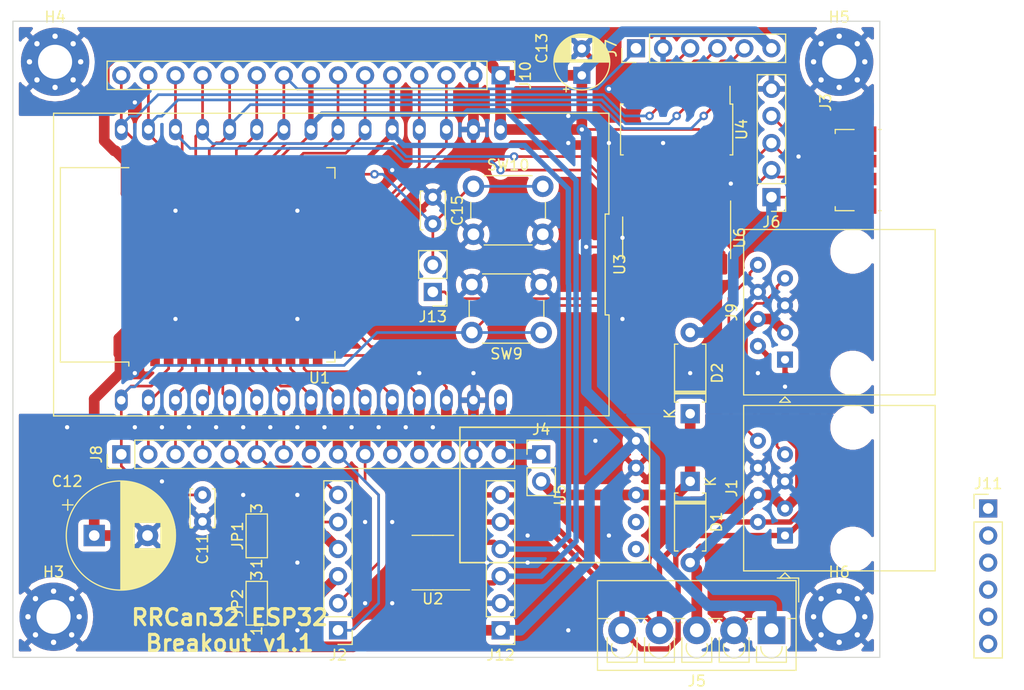
<source format=kicad_pcb>
(kicad_pcb (version 20171130) (host pcbnew "(5.1.2)-1")
  (layers (0 F.Cu signal) (31 B.Cu signal) (34 B.Paste user) (35 F.Paste user) (36 B.SilkS user) (37 F.SilkS user) (38 B.Mask user) (39 F.Mask user) (44 Edge.Cuts user))
  (net 0 "")
  (net 1 GND)
  (net 2 /EN)
  (net 3 VCC)
  (net 4 /GPIO0)
  (net 5 /VinCommon)
  (net 6 /VinCAN)
  (net 7 /VinUsb)
  (net 8 /CANH)
  (net 9 /CANL)
  (net 10 "Net-(J1-Pad7)")
  (net 11 "Net-(J1-Pad8)")
  (net 12 /I2C_SDA)
  (net 13 /I2C_SCL)
  (net 14 /USB-)
  (net 15 /USB+)
  (net 16 "Net-(J3-Pad4)")
  (net 17 /BOARD_RX0)
  (net 18 /BOARD_TX0)
  (net 19 /IO25)
  (net 20 /S88_RESET_UC)
  (net 21 /S88_PS_UC)
  (net 22 /S88_CLOCK_UC)
  (net 23 /S88_DATA)
  (net 24 /VN)
  (net 25 /VP)
  (net 26 /IO2)
  (net 27 /CANRx)
  (net 28 /CANTx)
  (net 29 /Encoder_A)
  (net 30 /EncoderB)
  (net 31 /VinReg)
  (net 32 "Net-(J2-Pad3)")
  (net 33 "Net-(J2-Pad4)")
  (net 34 /S88_CLOCK)
  (net 35 /S88_PS)
  (net 36 /IO12)
  (net 37 /IO14)
  (net 38 /IO34)
  (net 39 /IO33)
  (net 40 /IO13)
  (net 41 /IO15)
  (net 42 /IO16)
  (net 43 /IO17)
  (net 44 /IO19)
  (net 45 /S88_RESET)
  (net 46 /GPIO0-SER)
  (module Connector_RJ:RJ45_Amphenol_54602-x08_Horizontal (layer F.Cu) (at 90.17 49.53 90)
    (fp_text reference J9 (at 4.445 -5 90) (layer F.SilkS))
    (fp_text value 8P8C)
    (pad "" np_thru_hole circle (at 10.16 6.35 90) (size 3.2 3.2) (drill 3.2) (layers *.Cu *.Mask))
    (pad "" np_thru_hole circle (at -1.27 6.35 90) (size 3.2 3.2) (drill 3.2) (layers *.Cu *.Mask))
    (pad 1 thru_hole rect (at 0 0 90) (size 1.5 1.5) (drill 0.76) (layers *.Cu *.Mask) (net 8 /CANH))
    (pad 2 thru_hole circle (at 1.27 -2.54 90) (size 1.5 1.5) (drill 0.76) (layers *.Cu *.Mask) (net 9 /CANL))
    (pad 3 thru_hole circle (at 2.54 0 90) (size 1.5 1.5) (drill 0.76) (layers *.Cu *.Mask) (net 6 /VinCAN))
    (pad 4 thru_hole circle (at 3.81 -2.54 90) (size 1.5 1.5) (drill 0.76) (layers *.Cu *.Mask) (net 6 /VinCAN))
    (pad 5 thru_hole circle (at 5.08 0 90) (size 1.5 1.5) (drill 0.76) (layers *.Cu *.Mask) (net 1 GND))
    (pad 6 thru_hole circle (at 6.35 -2.54 90) (size 1.5 1.5) (drill 0.76) (layers *.Cu *.Mask) (net 1 GND))
    (pad 7 thru_hole circle (at 7.62 0 90) (size 1.5 1.5) (drill 0.76) (layers *.Cu *.Mask) (net 10 "Net-(J1-Pad7)"))
    (pad 8 thru_hole circle (at 8.89 -2.54 90) (size 1.5 1.5) (drill 0.76) (layers *.Cu *.Mask) (net 11 "Net-(J1-Pad8)"))
  )
  (module Package_SO:SOP-16_4.55x10.3mm_P1.27mm (layer F.Cu) (at 80.01 27.94 270)
    (fp_text reference U4 (at 0 -6.1 90) (layer F.SilkS))
    (fp_text value 74LS367)
    (pad 16 smd roundrect (at 3.25 -4.445 270) (size 1.6 0.6) (layers F.Cu F.Paste F.Mask) (net 3 VCC))
    (pad 15 smd roundrect (at 3.25 -3.175 270) (size 1.6 0.6) (layers F.Cu F.Paste F.Mask) (net 1 GND))
    (pad 14 smd roundrect (at 3.25 -1.905 270) (size 1.6 0.6) (layers F.Cu F.Paste F.Mask) (net 1 GND))
    (pad 13 smd roundrect (at 3.25 -0.635 270) (size 1.6 0.6) (layers F.Cu F.Paste F.Mask))
    (pad 12 smd roundrect (at 3.25 0.635 270) (size 1.6 0.6) (layers F.Cu F.Paste F.Mask) (net 1 GND))
    (pad 11 smd roundrect (at 3.25 1.905 270) (size 1.6 0.6) (layers F.Cu F.Paste F.Mask))
    (pad 10 smd roundrect (at 3.25 3.175 270) (size 1.6 0.6) (layers F.Cu F.Paste F.Mask) (net 1 GND))
    (pad 9 smd roundrect (at 3.25 4.445 270) (size 1.6 0.6) (layers F.Cu F.Paste F.Mask))
    (pad 8 smd roundrect (at -3.25 4.445 270) (size 1.6 0.6) (layers F.Cu F.Paste F.Mask) (net 1 GND))
    (pad 7 smd roundrect (at -3.25 3.175 270) (size 1.6 0.6) (layers F.Cu F.Paste F.Mask) (net 34 /S88_CLOCK))
    (pad 6 smd roundrect (at -3.25 1.905 270) (size 1.6 0.6) (layers F.Cu F.Paste F.Mask) (net 22 /S88_CLOCK_UC))
    (pad 5 smd roundrect (at -3.25 0.635 270) (size 1.6 0.6) (layers F.Cu F.Paste F.Mask) (net 35 /S88_PS))
    (pad 4 smd roundrect (at -3.25 -0.635 270) (size 1.6 0.6) (layers F.Cu F.Paste F.Mask) (net 21 /S88_PS_UC))
    (pad 3 smd roundrect (at -3.25 -1.905 270) (size 1.6 0.6) (layers F.Cu F.Paste F.Mask) (net 45 /S88_RESET))
    (pad 2 smd roundrect (at -3.25 -3.175 270) (size 1.6 0.6) (layers F.Cu F.Paste F.Mask) (net 20 /S88_RESET_UC))
    (pad 1 smd roundrect (at -3.25 -4.445 270) (size 1.6 0.6) (layers F.Cu F.Paste F.Mask) (net 1 GND))
  )
  (module Package_SO:SOIC-16_3.9x9.9mm_P1.27mm (layer F.Cu) (at 80.01 38.1 270)
    (fp_text reference U6 (at 0 -5.9 90) (layer F.SilkS))
    (fp_text value CH340G)
    (pad 16 smd roundrect (at 2.475 -4.445 270) (size 1.95 0.6) (layers F.Cu F.Paste F.Mask) (net 3 VCC))
    (pad 15 smd roundrect (at 2.475 -3.175 270) (size 1.95 0.6) (layers F.Cu F.Paste F.Mask))
    (pad 14 smd roundrect (at 2.475 -1.905 270) (size 1.95 0.6) (layers F.Cu F.Paste F.Mask) (net 2 /EN))
    (pad 13 smd roundrect (at 2.475 -0.635 270) (size 1.95 0.6) (layers F.Cu F.Paste F.Mask) (net 46 /GPIO0-SER))
    (pad 12 smd roundrect (at 2.475 0.635 270) (size 1.95 0.6) (layers F.Cu F.Paste F.Mask))
    (pad 11 smd roundrect (at 2.475 1.905 270) (size 1.95 0.6) (layers F.Cu F.Paste F.Mask))
    (pad 10 smd roundrect (at 2.475 3.175 270) (size 1.95 0.6) (layers F.Cu F.Paste F.Mask))
    (pad 9 smd roundrect (at 2.475 4.445 270) (size 1.95 0.6) (layers F.Cu F.Paste F.Mask))
    (pad 8 smd roundrect (at -2.475 4.445 270) (size 1.95 0.6) (layers F.Cu F.Paste F.Mask))
    (pad 7 smd roundrect (at -2.475 3.175 270) (size 1.95 0.6) (layers F.Cu F.Paste F.Mask))
    (pad 6 smd roundrect (at -2.475 1.905 270) (size 1.95 0.6) (layers F.Cu F.Paste F.Mask) (net 14 /USB-))
    (pad 5 smd roundrect (at -2.475 0.635 270) (size 1.95 0.6) (layers F.Cu F.Paste F.Mask) (net 15 /USB+))
    (pad 4 smd roundrect (at -2.475 -0.635 270) (size 1.95 0.6) (layers F.Cu F.Paste F.Mask))
    (pad 3 smd roundrect (at -2.475 -1.905 270) (size 1.95 0.6) (layers F.Cu F.Paste F.Mask) (net 18 /BOARD_TX0))
    (pad 2 smd roundrect (at -2.475 -3.175 270) (size 1.95 0.6) (layers F.Cu F.Paste F.Mask) (net 17 /BOARD_RX0))
    (pad 1 smd roundrect (at -2.475 -4.445 270) (size 1.95 0.6) (layers F.Cu F.Paste F.Mask) (net 1 GND))
  )
  (module Connector_PinHeader_2.54mm:PinHeader_1x02_P2.54mm_Vertical (layer F.Cu) (at 57.15 43.18 180)
    (fp_text reference J13 (at 0 -2.33) (layer F.SilkS))
    (fp_text value Conn_01x02_Male)
    (pad 2 thru_hole oval (at 0 2.54 180) (size 1.7 1.7) (drill 1) (layers *.Cu *.Mask) (net 4 /GPIO0))
    (pad 1 thru_hole rect (at 0 0 180) (size 1.7 1.7) (drill 1) (layers *.Cu *.Mask) (net 46 /GPIO0-SER))
  )
  (module Package_SO:SOIC-8_3.9x4.9mm_P1.27mm (layer F.Cu) (at 57.15 68.58 180)
    (fp_text reference U2 (at 0 -3.4) (layer F.SilkS))
    (fp_text value SN65HVD230)
    (pad 8 smd roundrect (at 2.475 -1.905 180) (size 1.95 0.6) (layers F.Cu F.Paste F.Mask) (net 1 GND))
    (pad 7 smd roundrect (at 2.475 -0.635 180) (size 1.95 0.6) (layers F.Cu F.Paste F.Mask) (net 8 /CANH))
    (pad 6 smd roundrect (at 2.475 0.635 180) (size 1.95 0.6) (layers F.Cu F.Paste F.Mask) (net 9 /CANL))
    (pad 5 smd roundrect (at 2.475 1.905 180) (size 1.95 0.6) (layers F.Cu F.Paste F.Mask))
    (pad 4 smd roundrect (at -2.475 1.905 180) (size 1.95 0.6) (layers F.Cu F.Paste F.Mask) (net 27 /CANRx))
    (pad 3 smd roundrect (at -2.475 0.635 180) (size 1.95 0.6) (layers F.Cu F.Paste F.Mask) (net 3 VCC))
    (pad 2 smd roundrect (at -2.475 -0.635 180) (size 1.95 0.6) (layers F.Cu F.Paste F.Mask) (net 1 GND))
    (pad 1 smd roundrect (at -2.475 -1.905 180) (size 1.95 0.6) (layers F.Cu F.Paste F.Mask) (net 28 /CANTx))
  )
  (module ESP32EvalBoard:ESP32-DEVKITV1 (layer F.Cu) (at 45.72 40.64 180)
    (fp_text reference U3 (at -28.951 0.034333 90) (layer F.SilkS))
    (fp_text value DOIT_ESP32_DEVKIT_V1)
    (pad 30 thru_hole oval (at -17.78 -12.7 180) (size 1.2 2) (drill 0.8) (layers *.Cu *.Mask) (net 31 /VinReg))
    (pad 1 thru_hole oval (at -17.78 12.7 180) (size 1.2 2) (drill 0.8) (layers *.Cu *.Mask) (net 3 VCC))
    (pad 29 thru_hole oval (at -15.24 -12.7 180) (size 1.2 2) (drill 0.8) (layers *.Cu *.Mask) (net 1 GND))
    (pad 2 thru_hole oval (at -15.24 12.7 180) (size 1.2 2) (drill 0.8) (layers *.Cu *.Mask) (net 1 GND))
    (pad 28 thru_hole oval (at -12.7 -12.7 180) (size 1.2 2) (drill 0.8) (layers *.Cu *.Mask) (net 40 /IO13))
    (pad 3 thru_hole oval (at -12.7 12.7 180) (size 1.2 2) (drill 0.8) (layers *.Cu *.Mask) (net 41 /IO15))
    (pad 27 thru_hole oval (at -10.16 -12.7 180) (size 1.2 2) (drill 0.8) (layers *.Cu *.Mask) (net 36 /IO12))
    (pad 4 thru_hole oval (at -10.16 12.7 180) (size 1.2 2) (drill 0.8) (layers *.Cu *.Mask) (net 26 /IO2))
    (pad 26 thru_hole oval (at -7.62 -12.7 180) (size 1.2 2) (drill 0.8) (layers *.Cu *.Mask) (net 37 /IO14))
    (pad 5 thru_hole oval (at -7.62 12.7 180) (size 1.2 2) (drill 0.8) (layers *.Cu *.Mask) (net 27 /CANRx))
    (pad 25 thru_hole oval (at -5.08 -12.7 180) (size 1.2 2) (drill 0.8) (layers *.Cu *.Mask) (net 12 /I2C_SDA))
    (pad 6 thru_hole oval (at -5.08 12.7 180) (size 1.2 2) (drill 0.8) (layers *.Cu *.Mask) (net 42 /IO16))
    (pad 24 thru_hole oval (at -2.54 -12.7 180) (size 1.2 2) (drill 0.8) (layers *.Cu *.Mask) (net 13 /I2C_SCL))
    (pad 7 thru_hole oval (at -2.54 12.7 180) (size 1.2 2) (drill 0.8) (layers *.Cu *.Mask) (net 43 /IO17))
    (pad 23 thru_hole oval (at 0 -12.7 180) (size 1.2 2) (drill 0.8) (layers *.Cu *.Mask) (net 19 /IO25))
    (pad 8 thru_hole oval (at 0 12.7 180) (size 1.2 2) (drill 0.8) (layers *.Cu *.Mask) (net 28 /CANTx))
    (pad 22 thru_hole oval (at 2.54 -12.7 180) (size 1.2 2) (drill 0.8) (layers *.Cu *.Mask) (net 39 /IO33))
    (pad 9 thru_hole oval (at 2.54 12.7 180) (size 1.2 2) (drill 0.8) (layers *.Cu *.Mask) (net 23 /S88_DATA))
    (pad 21 thru_hole oval (at 5.08 -12.7 180) (size 1.2 2) (drill 0.8) (layers *.Cu *.Mask) (net 30 /EncoderB))
    (pad 10 thru_hole oval (at 5.08 12.7 180) (size 1.2 2) (drill 0.8) (layers *.Cu *.Mask) (net 44 /IO19))
    (pad 20 thru_hole oval (at 7.62 -12.7 180) (size 1.2 2) (drill 0.8) (layers *.Cu *.Mask) (net 29 /Encoder_A))
    (pad 11 thru_hole oval (at 7.62 12.7 180) (size 1.2 2) (drill 0.8) (layers *.Cu *.Mask) (net 20 /S88_RESET_UC))
    (pad 19 thru_hole oval (at 10.16 -12.7 180) (size 1.2 2) (drill 0.8) (layers *.Cu *.Mask) (net 38 /IO34))
    (pad 12 thru_hole oval (at 10.16 12.7 180) (size 1.2 2) (drill 0.8) (layers *.Cu *.Mask) (net 17 /BOARD_RX0))
    (pad 18 thru_hole oval (at 12.7 -12.7 180) (size 1.2 2) (drill 0.8) (layers *.Cu *.Mask) (net 24 /VN))
    (pad 13 thru_hole oval (at 12.7 12.7 180) (size 1.2 2) (drill 0.8) (layers *.Cu *.Mask) (net 18 /BOARD_TX0))
    (pad 17 thru_hole oval (at 15.24 -12.7 180) (size 1.2 2) (drill 0.8) (layers *.Cu *.Mask) (net 25 /VP))
    (pad 14 thru_hole oval (at 15.24 12.7 180) (size 1.2 2) (drill 0.8) (layers *.Cu *.Mask) (net 21 /S88_PS_UC))
    (pad 16 thru_hole oval (at 17.78 -12.7 180) (size 1.2 2) (drill 0.8) (layers *.Cu *.Mask) (net 2 /EN))
    (pad 15 thru_hole oval (at 17.78 12.7 180) (size 1.2 2) (drill 0.8) (layers *.Cu *.Mask) (net 22 /S88_CLOCK_UC))
  )
  (module Diode_THT:D_A-405_P7.62mm_Horizontal (layer F.Cu) (at 81.28 54.61 90)
    (fp_text reference D2 (at 3.81 2.54 90) (layer F.SilkS))
    (fp_text value D_Schottky)
    (fp_text user K (at 0 -1.9 90) (layer F.SilkS))
    (pad 2 thru_hole oval (at 7.62 0 90) (size 1.8 1.8) (drill 0.9) (layers *.Cu *.Mask) (net 7 /VinUsb))
    (pad 1 thru_hole rect (at 0 0 90) (size 1.8 1.8) (drill 0.9) (layers *.Cu *.Mask) (net 5 /VinCommon))
  )
  (module Diode_THT:D_A-405_P7.62mm_Horizontal (layer F.Cu) (at 81.28 60.96 270)
    (fp_text reference D1 (at 3.81 -2.47 90) (layer F.SilkS))
    (fp_text value D_Schottky)
    (fp_text user K (at 0 -1.9 90) (layer F.SilkS))
    (pad 1 thru_hole rect (at 0 0 270) (size 1.8 1.8) (drill 0.9) (layers *.Cu *.Mask) (net 5 /VinCommon))
    (pad 2 thru_hole oval (at 7.62 0 270) (size 1.8 1.8) (drill 0.9) (layers *.Cu *.Mask) (net 6 /VinCAN))
  )
  (module Capacitor_THT:C_Disc_D3.4mm_W2.1mm_P2.50mm (layer F.Cu) (at 35.56 62.23 270)
    (fp_text reference C11 (at 5.08 0 90) (layer F.SilkS))
    (fp_text value 100n)
    (pad 2 thru_hole circle (at 2.5 0 270) (size 1.6 1.6) (drill 0.8) (layers *.Cu *.Mask) (net 1 GND))
    (pad 1 thru_hole circle (at 0 0 270) (size 1.6 1.6) (drill 0.8) (layers *.Cu *.Mask) (net 2 /EN))
  )
  (module Capacitor_THT:CP_Radial_D10.0mm_P5.00mm (layer F.Cu) (at 25.4 66.04)
    (fp_text reference C12 (at -2.54 -5.08) (layer F.SilkS))
    (fp_text value 470u)
    (pad 1 thru_hole rect (at 0 0) (size 2 2) (drill 1) (layers *.Cu *.Mask) (net 3 VCC))
    (pad 2 thru_hole circle (at 5 0) (size 2 2) (drill 1) (layers *.Cu *.Mask) (net 1 GND))
  )
  (module Capacitor_THT:CP_Radial_D5.0mm_P2.50mm (layer F.Cu) (at 71.12 22.86 90)
    (fp_text reference C13 (at 2.54 -3.75 90) (layer F.SilkS))
    (fp_text value 4u7)
    (pad 1 thru_hole rect (at 0 0 90) (size 1.6 1.6) (drill 0.8) (layers *.Cu *.Mask) (net 3 VCC))
    (pad 2 thru_hole circle (at 2.5 0 90) (size 1.6 1.6) (drill 0.8) (layers *.Cu *.Mask) (net 1 GND))
  )
  (module Capacitor_THT:C_Disc_D3.4mm_W2.1mm_P2.50mm (layer F.Cu) (at 57.15 34.29 270)
    (fp_text reference C15 (at 1.25 -2.3 90) (layer F.SilkS))
    (fp_text value 100n)
    (pad 1 thru_hole circle (at 0 0 270) (size 1.6 1.6) (drill 0.8) (layers *.Cu *.Mask) (net 1 GND))
    (pad 2 thru_hole circle (at 2.5 0 270) (size 1.6 1.6) (drill 0.8) (layers *.Cu *.Mask) (net 4 /GPIO0))
  )
  (module Connector_RJ:RJ45_Amphenol_54602-x08_Horizontal (layer F.Cu) (at 90.17 66.04 90)
    (fp_text reference J1 (at 4.445 -5 90) (layer F.SilkS))
    (fp_text value 8P8C)
    (pad "" np_thru_hole circle (at 10.16 6.35 90) (size 3.2 3.2) (drill 3.2) (layers *.Cu *.Mask))
    (pad "" np_thru_hole circle (at -1.27 6.35 90) (size 3.2 3.2) (drill 3.2) (layers *.Cu *.Mask))
    (pad 1 thru_hole rect (at 0 0 90) (size 1.5 1.5) (drill 0.76) (layers *.Cu *.Mask) (net 8 /CANH))
    (pad 2 thru_hole circle (at 1.27 -2.54 90) (size 1.5 1.5) (drill 0.76) (layers *.Cu *.Mask) (net 9 /CANL))
    (pad 3 thru_hole circle (at 2.54 0 90) (size 1.5 1.5) (drill 0.76) (layers *.Cu *.Mask) (net 6 /VinCAN))
    (pad 4 thru_hole circle (at 3.81 -2.54 90) (size 1.5 1.5) (drill 0.76) (layers *.Cu *.Mask) (net 6 /VinCAN))
    (pad 5 thru_hole circle (at 5.08 0 90) (size 1.5 1.5) (drill 0.76) (layers *.Cu *.Mask) (net 1 GND))
    (pad 6 thru_hole circle (at 6.35 -2.54 90) (size 1.5 1.5) (drill 0.76) (layers *.Cu *.Mask) (net 1 GND))
    (pad 7 thru_hole circle (at 7.62 0 90) (size 1.5 1.5) (drill 0.76) (layers *.Cu *.Mask) (net 10 "Net-(J1-Pad7)"))
    (pad 8 thru_hole circle (at 8.89 -2.54 90) (size 1.5 1.5) (drill 0.76) (layers *.Cu *.Mask) (net 11 "Net-(J1-Pad8)"))
  )
  (module Connector_USB:USB_Micro-B_Molex_47346-0001 (layer F.Cu) (at 96.59 31.75 90)
    (fp_text reference J3 (at 6.35 -2.61 270) (layer F.SilkS))
    (fp_text value USB_B_Micro)
    (pad 1 smd rect (at -1.3 -1.46 90) (size 0.45 1.38) (layers F.Cu F.Paste F.Mask) (net 7 /VinUsb))
    (pad 2 smd rect (at -0.65 -1.46 90) (size 0.45 1.38) (layers F.Cu F.Paste F.Mask) (net 14 /USB-))
    (pad 3 smd rect (at 0 -1.46 90) (size 0.45 1.38) (layers F.Cu F.Paste F.Mask) (net 15 /USB+))
    (pad 4 smd rect (at 0.65 -1.46 90) (size 0.45 1.38) (layers F.Cu F.Paste F.Mask) (net 16 "Net-(J3-Pad4)"))
    (pad 5 smd rect (at 1.3 -1.46 90) (size 0.45 1.38) (layers F.Cu F.Paste F.Mask) (net 1 GND))
    (pad 6 smd rect (at -2.4625 -1.1 90) (size 1.475 2.1) (layers F.Cu F.Paste F.Mask) (net 1 GND))
    (pad 6 smd rect (at 2.4625 -1.1 90) (size 1.475 2.1) (layers F.Cu F.Paste F.Mask) (net 1 GND))
    (pad 6 smd rect (at -2.91 1.2 90) (size 2.375 1.9) (layers F.Cu F.Paste F.Mask) (net 1 GND))
    (pad 6 smd rect (at 2.91 1.2 90) (size 2.375 1.9) (layers F.Cu F.Paste F.Mask) (net 1 GND))
    (pad 6 smd rect (at -0.84 1.2 90) (size 1.175 1.9) (layers F.Cu F.Paste F.Mask) (net 1 GND))
    (pad 6 smd rect (at 0.84 1.2 90) (size 1.175 1.9) (layers F.Cu F.Paste F.Mask) (net 1 GND))
  )
  (module TerminalBlock_4Ucon:TerminalBlock_4Ucon_1x05_P3.50mm_Vertical (layer F.Cu) (at 88.9 74.93 180)
    (fp_text reference J5 (at 7 -4.76) (layer F.SilkS))
    (fp_text value Screw_Terminal_01x05)
    (pad 5 thru_hole circle (at 14 0 180) (size 2.6 2.6) (drill 1.3) (layers *.Cu *.Mask) (net 8 /CANH))
    (pad 4 thru_hole circle (at 10.5 0 180) (size 2.6 2.6) (drill 1.3) (layers *.Cu *.Mask) (net 9 /CANL))
    (pad 3 thru_hole circle (at 7 0 180) (size 2.6 2.6) (drill 1.3) (layers *.Cu *.Mask) (net 6 /VinCAN))
    (pad 2 thru_hole circle (at 3.5 0 180) (size 2.6 2.6) (drill 1.3) (layers *.Cu *.Mask) (net 1 GND))
    (pad 1 thru_hole rect (at 0 0 180) (size 2.6 2.6) (drill 1.3) (layers *.Cu *.Mask) (net 3 VCC))
  )
  (module Connector_PinHeader_2.54mm:PinHeader_1x05_P2.54mm_Vertical (layer F.Cu) (at 88.9 34.29 180)
    (fp_text reference J6 (at 0 -2.33) (layer F.SilkS))
    (fp_text value "USBConn BO")
    (pad 1 thru_hole rect (at 0 0 180) (size 1.7 1.7) (drill 1) (layers *.Cu *.Mask) (net 7 /VinUsb))
    (pad 2 thru_hole oval (at 0 2.54 180) (size 1.7 1.7) (drill 1) (layers *.Cu *.Mask) (net 14 /USB-))
    (pad 3 thru_hole oval (at 0 5.08 180) (size 1.7 1.7) (drill 1) (layers *.Cu *.Mask) (net 15 /USB+))
    (pad 4 thru_hole oval (at 0 7.62 180) (size 1.7 1.7) (drill 1) (layers *.Cu *.Mask) (net 16 "Net-(J3-Pad4)"))
    (pad 5 thru_hole oval (at 0 10.16 180) (size 1.7 1.7) (drill 1) (layers *.Cu *.Mask) (net 1 GND))
  )
  (module Connector_PinHeader_2.54mm:PinHeader_1x15_P2.54mm_Vertical (layer F.Cu) (at 27.94 58.42 90)
    (fp_text reference J8 (at 0 -2.33 90) (layer F.SilkS))
    (fp_text value "ESP32 BO R")
    (pad 15 thru_hole oval (at 0 35.56 90) (size 1.7 1.7) (drill 1) (layers *.Cu *.Mask) (net 31 /VinReg))
    (pad 14 thru_hole oval (at 0 33.02 90) (size 1.7 1.7) (drill 1) (layers *.Cu *.Mask) (net 1 GND))
    (pad 13 thru_hole oval (at 0 30.48 90) (size 1.7 1.7) (drill 1) (layers *.Cu *.Mask) (net 40 /IO13))
    (pad 12 thru_hole oval (at 0 27.94 90) (size 1.7 1.7) (drill 1) (layers *.Cu *.Mask) (net 36 /IO12))
    (pad 11 thru_hole oval (at 0 25.4 90) (size 1.7 1.7) (drill 1) (layers *.Cu *.Mask) (net 37 /IO14))
    (pad 10 thru_hole oval (at 0 22.86 90) (size 1.7 1.7) (drill 1) (layers *.Cu *.Mask) (net 12 /I2C_SDA))
    (pad 9 thru_hole oval (at 0 20.32 90) (size 1.7 1.7) (drill 1) (layers *.Cu *.Mask) (net 13 /I2C_SCL))
    (pad 8 thru_hole oval (at 0 17.78 90) (size 1.7 1.7) (drill 1) (layers *.Cu *.Mask) (net 19 /IO25))
    (pad 7 thru_hole oval (at 0 15.24 90) (size 1.7 1.7) (drill 1) (layers *.Cu *.Mask) (net 39 /IO33))
    (pad 6 thru_hole oval (at 0 12.7 90) (size 1.7 1.7) (drill 1) (layers *.Cu *.Mask) (net 30 /EncoderB))
    (pad 5 thru_hole oval (at 0 10.16 90) (size 1.7 1.7) (drill 1) (layers *.Cu *.Mask) (net 29 /Encoder_A))
    (pad 4 thru_hole oval (at 0 7.62 90) (size 1.7 1.7) (drill 1) (layers *.Cu *.Mask) (net 38 /IO34))
    (pad 3 thru_hole oval (at 0 5.08 90) (size 1.7 1.7) (drill 1) (layers *.Cu *.Mask) (net 24 /VN))
    (pad 2 thru_hole oval (at 0 2.54 90) (size 1.7 1.7) (drill 1) (layers *.Cu *.Mask) (net 25 /VP))
    (pad 1 thru_hole rect (at 0 0 90) (size 1.7 1.7) (drill 1) (layers *.Cu *.Mask) (net 2 /EN))
  )
  (module Connector_PinHeader_2.54mm:PinHeader_1x15_P2.54mm_Vertical (layer F.Cu) (at 63.5 22.86 270)
    (fp_text reference J10 (at 0 -2.33 90) (layer F.SilkS))
    (fp_text value "ESP32 BO L")
    (pad 1 thru_hole rect (at 0 0 270) (size 1.7 1.7) (drill 1) (layers *.Cu *.Mask) (net 3 VCC))
    (pad 2 thru_hole oval (at 0 2.54 270) (size 1.7 1.7) (drill 1) (layers *.Cu *.Mask) (net 1 GND))
    (pad 3 thru_hole oval (at 0 5.08 270) (size 1.7 1.7) (drill 1) (layers *.Cu *.Mask) (net 41 /IO15))
    (pad 4 thru_hole oval (at 0 7.62 270) (size 1.7 1.7) (drill 1) (layers *.Cu *.Mask) (net 26 /IO2))
    (pad 5 thru_hole oval (at 0 10.16 270) (size 1.7 1.7) (drill 1) (layers *.Cu *.Mask) (net 27 /CANRx))
    (pad 6 thru_hole oval (at 0 12.7 270) (size 1.7 1.7) (drill 1) (layers *.Cu *.Mask) (net 42 /IO16))
    (pad 7 thru_hole oval (at 0 15.24 270) (size 1.7 1.7) (drill 1) (layers *.Cu *.Mask) (net 43 /IO17))
    (pad 8 thru_hole oval (at 0 17.78 270) (size 1.7 1.7) (drill 1) (layers *.Cu *.Mask) (net 28 /CANTx))
    (pad 9 thru_hole oval (at 0 20.32 270) (size 1.7 1.7) (drill 1) (layers *.Cu *.Mask) (net 23 /S88_DATA))
    (pad 10 thru_hole oval (at 0 22.86 270) (size 1.7 1.7) (drill 1) (layers *.Cu *.Mask) (net 44 /IO19))
    (pad 11 thru_hole oval (at 0 25.4 270) (size 1.7 1.7) (drill 1) (layers *.Cu *.Mask) (net 20 /S88_RESET_UC))
    (pad 12 thru_hole oval (at 0 27.94 270) (size 1.7 1.7) (drill 1) (layers *.Cu *.Mask) (net 17 /BOARD_RX0))
    (pad 13 thru_hole oval (at 0 30.48 270) (size 1.7 1.7) (drill 1) (layers *.Cu *.Mask) (net 18 /BOARD_TX0))
    (pad 14 thru_hole oval (at 0 33.02 270) (size 1.7 1.7) (drill 1) (layers *.Cu *.Mask) (net 21 /S88_PS_UC))
    (pad 15 thru_hole oval (at 0 35.56 270) (size 1.7 1.7) (drill 1) (layers *.Cu *.Mask) (net 22 /S88_CLOCK_UC))
  )
  (module Connector_PinHeader_2.54mm:PinHeader_1x06_P2.54mm_Vertical (layer F.Cu) (at 63.5 74.93 180)
    (fp_text reference J12 (at 0 -2.33) (layer F.SilkS))
    (fp_text value "CAN BO")
    (pad 1 thru_hole rect (at 0 0 180) (size 1.7 1.7) (drill 1) (layers *.Cu *.Mask) (net 3 VCC))
    (pad 2 thru_hole oval (at 0 2.54 180) (size 1.7 1.7) (drill 1) (layers *.Cu *.Mask) (net 1 GND))
    (pad 3 thru_hole oval (at 0 5.08 180) (size 1.7 1.7) (drill 1) (layers *.Cu *.Mask) (net 28 /CANTx))
    (pad 4 thru_hole oval (at 0 7.62 180) (size 1.7 1.7) (drill 1) (layers *.Cu *.Mask) (net 27 /CANRx))
    (pad 5 thru_hole oval (at 0 10.16 180) (size 1.7 1.7) (drill 1) (layers *.Cu *.Mask) (net 8 /CANH))
    (pad 6 thru_hole oval (at 0 12.7 180) (size 1.7 1.7) (drill 1) (layers *.Cu *.Mask) (net 9 /CANL))
  )
  (module Jumper:SolderJumper-3_P1.3mm_Open_Pad1.0x1.5mm_NumberLabels (layer F.Cu) (at 40.64 66.07 90)
    (fp_text reference JP1 (at 0 -1.8 90) (layer F.SilkS))
    (fp_text value PIN1)
    (fp_text user 1 (at -2.6 0 90) (layer F.SilkS))
    (fp_text user 3 (at 2.6 0 90) (layer F.SilkS))
    (pad 1 smd rect (at -1.3 0 90) (size 1 1.5) (layers F.Cu F.Mask) (net 3 VCC))
    (pad 2 smd rect (at 0 0 90) (size 1 1.5) (layers F.Cu F.Mask) (net 33 "Net-(J2-Pad4)"))
    (pad 3 smd rect (at 1.3 0 90) (size 1 1.5) (layers F.Cu F.Mask) (net 1 GND))
  )
  (module Jumper:SolderJumper-3_P1.3mm_Open_Pad1.0x1.5mm_NumberLabels (layer F.Cu) (at 40.64 72.39 90)
    (fp_text reference JP2 (at 0 -1.8 90) (layer F.SilkS))
    (fp_text value PIN2)
    (fp_text user 3 (at 2.6 0 90) (layer F.SilkS))
    (fp_text user 1 (at -2.6 0 90) (layer F.SilkS))
    (pad 3 smd rect (at 1.3 0 90) (size 1 1.5) (layers F.Cu F.Mask) (net 1 GND))
    (pad 2 smd rect (at 0 0 90) (size 1 1.5) (layers F.Cu F.Mask) (net 32 "Net-(J2-Pad3)"))
    (pad 1 smd rect (at -1.3 0 90) (size 1 1.5) (layers F.Cu F.Mask) (net 3 VCC))
  )
  (module Button_Switch_THT:SW_PUSH_6mm (layer F.Cu) (at 67.31 46.99 180)
    (fp_text reference SW9 (at 3.25 -2) (layer F.SilkS))
    (fp_text value SW_EN)
    (pad 2 thru_hole circle (at 0 4.5 270) (size 2 2) (drill 1.1) (layers *.Cu *.Mask) (net 1 GND))
    (pad 1 thru_hole circle (at 0 0 270) (size 2 2) (drill 1.1) (layers *.Cu *.Mask) (net 2 /EN))
    (pad 2 thru_hole circle (at 6.5 4.5 270) (size 2 2) (drill 1.1) (layers *.Cu *.Mask) (net 1 GND))
    (pad 1 thru_hole circle (at 6.5 0 270) (size 2 2) (drill 1.1) (layers *.Cu *.Mask) (net 2 /EN))
  )
  (module Button_Switch_THT:SW_PUSH_6mm (layer F.Cu) (at 60.96 33.274)
    (fp_text reference SW10 (at 3.25 -2) (layer F.SilkS))
    (fp_text value SW_GPIO0)
    (pad 1 thru_hole circle (at 6.5 0 90) (size 2 2) (drill 1.1) (layers *.Cu *.Mask) (net 4 /GPIO0))
    (pad 2 thru_hole circle (at 6.5 4.5 90) (size 2 2) (drill 1.1) (layers *.Cu *.Mask) (net 1 GND))
    (pad 1 thru_hole circle (at 0 0 90) (size 2 2) (drill 1.1) (layers *.Cu *.Mask) (net 4 /GPIO0))
    (pad 2 thru_hole circle (at 0 4.5 90) (size 2 2) (drill 1.1) (layers *.Cu *.Mask) (net 1 GND))
  )
  (module RF_Module:ESP32-WROOM-32 (layer F.Cu) (at 38.093 40.64 90)
    (fp_text reference U1 (at -10.61 8.43) (layer F.SilkS))
    (fp_text value ESP32-WROOM-32)
    (pad 39 smd rect (at -1 -0.755 90) (size 5 5) (layers F.Cu F.Paste F.Mask))
    (pad 1 smd rect (at -8.5 -8.255 90) (size 2 0.9) (layers F.Cu F.Paste F.Mask) (net 1 GND))
    (pad 2 smd rect (at -8.5 -6.985 90) (size 2 0.9) (layers F.Cu F.Paste F.Mask) (net 3 VCC))
    (pad 3 smd rect (at -8.5 -5.715 90) (size 2 0.9) (layers F.Cu F.Paste F.Mask) (net 2 /EN))
    (pad 4 smd rect (at -8.5 -4.445 90) (size 2 0.9) (layers F.Cu F.Paste F.Mask) (net 25 /VP))
    (pad 5 smd rect (at -8.5 -3.175 90) (size 2 0.9) (layers F.Cu F.Paste F.Mask) (net 24 /VN))
    (pad 6 smd rect (at -8.5 -1.905 90) (size 2 0.9) (layers F.Cu F.Paste F.Mask) (net 38 /IO34))
    (pad 7 smd rect (at -8.5 -0.635 90) (size 2 0.9) (layers F.Cu F.Paste F.Mask) (net 29 /Encoder_A))
    (pad 8 smd rect (at -8.5 0.635 90) (size 2 0.9) (layers F.Cu F.Paste F.Mask) (net 30 /EncoderB))
    (pad 9 smd rect (at -8.5 1.905 90) (size 2 0.9) (layers F.Cu F.Paste F.Mask) (net 39 /IO33))
    (pad 10 smd rect (at -8.5 3.175 90) (size 2 0.9) (layers F.Cu F.Paste F.Mask) (net 19 /IO25))
    (pad 11 smd rect (at -8.5 4.445 90) (size 2 0.9) (layers F.Cu F.Paste F.Mask) (net 13 /I2C_SCL))
    (pad 12 smd rect (at -8.5 5.715 90) (size 2 0.9) (layers F.Cu F.Paste F.Mask) (net 12 /I2C_SDA))
    (pad 13 smd rect (at -8.5 6.985 90) (size 2 0.9) (layers F.Cu F.Paste F.Mask) (net 37 /IO14))
    (pad 14 smd rect (at -8.5 8.255 90) (size 2 0.9) (layers F.Cu F.Paste F.Mask) (net 36 /IO12))
    (pad 15 smd rect (at -5.715 9.255 180) (size 2 0.9) (layers F.Cu F.Paste F.Mask) (net 1 GND))
    (pad 16 smd rect (at -4.445 9.255 180) (size 2 0.9) (layers F.Cu F.Paste F.Mask) (net 40 /IO13))
    (pad 17 smd rect (at -3.175 9.255 180) (size 2 0.9) (layers F.Cu F.Paste F.Mask))
    (pad 18 smd rect (at -1.905 9.255 180) (size 2 0.9) (layers F.Cu F.Paste F.Mask))
    (pad 19 smd rect (at -0.635 9.255 180) (size 2 0.9) (layers F.Cu F.Paste F.Mask))
    (pad 20 smd rect (at 0.635 9.255 180) (size 2 0.9) (layers F.Cu F.Paste F.Mask))
    (pad 21 smd rect (at 1.905 9.255 180) (size 2 0.9) (layers F.Cu F.Paste F.Mask))
    (pad 22 smd rect (at 3.175 9.255 180) (size 2 0.9) (layers F.Cu F.Paste F.Mask))
    (pad 23 smd rect (at 4.445 9.255 180) (size 2 0.9) (layers F.Cu F.Paste F.Mask) (net 41 /IO15))
    (pad 24 smd rect (at 5.715 9.255 180) (size 2 0.9) (layers F.Cu F.Paste F.Mask) (net 26 /IO2))
    (pad 25 smd rect (at 8.5 8.255 90) (size 2 0.9) (layers F.Cu F.Paste F.Mask) (net 4 /GPIO0))
    (pad 26 smd rect (at 8.5 6.985 90) (size 2 0.9) (layers F.Cu F.Paste F.Mask) (net 27 /CANRx))
    (pad 27 smd rect (at 8.5 5.715 90) (size 2 0.9) (layers F.Cu F.Paste F.Mask) (net 42 /IO16))
    (pad 28 smd rect (at 8.5 4.445 90) (size 2 0.9) (layers F.Cu F.Paste F.Mask) (net 43 /IO17))
    (pad 29 smd rect (at 8.5 3.175 90) (size 2 0.9) (layers F.Cu F.Paste F.Mask) (net 28 /CANTx))
    (pad 30 smd rect (at 8.5 1.905 90) (size 2 0.9) (layers F.Cu F.Paste F.Mask) (net 23 /S88_DATA))
    (pad 31 smd rect (at 8.5 0.635 90) (size 2 0.9) (layers F.Cu F.Paste F.Mask) (net 44 /IO19))
    (pad 32 smd rect (at 8.5 -0.635 90) (size 2 0.9) (layers F.Cu F.Paste F.Mask))
    (pad 33 smd rect (at 8.5 -1.905 90) (size 2 0.9) (layers F.Cu F.Paste F.Mask) (net 20 /S88_RESET_UC))
    (pad 34 smd rect (at 8.5 -3.175 90) (size 2 0.9) (layers F.Cu F.Paste F.Mask) (net 17 /BOARD_RX0))
    (pad 35 smd rect (at 8.5 -4.445 90) (size 2 0.9) (layers F.Cu F.Paste F.Mask) (net 18 /BOARD_TX0))
    (pad 36 smd rect (at 8.5 -5.715 90) (size 2 0.9) (layers F.Cu F.Paste F.Mask) (net 21 /S88_PS_UC))
    (pad 37 smd rect (at 8.5 -6.985 90) (size 2 0.9) (layers F.Cu F.Paste F.Mask) (net 22 /S88_CLOCK_UC))
    (pad 38 smd rect (at 8.5 -8.255 90) (size 2 0.9) (layers F.Cu F.Paste F.Mask) (net 1 GND))
  )
  (module PowerBoards:D24V10F3 (layer F.Cu) (at 68.58 62.23 90)
    (fp_text reference U5 (at 0 0.5 90) (layer F.SilkS))
    (fp_text value D24V10F3)
    (pad 1 thru_hole circle (at -5.08 7.62 90) (size 1.524 1.524) (drill 0.762) (layers *.Cu *.Mask))
    (pad 2 thru_hole circle (at -2.54 7.62 90) (size 1.524 1.524) (drill 0.762) (layers *.Cu *.Mask))
    (pad 3 thru_hole circle (at 0 7.62 90) (size 1.524 1.524) (drill 0.762) (layers *.Cu *.Mask) (net 5 /VinCommon))
    (pad 4 thru_hole circle (at 2.54 7.62 90) (size 1.524 1.524) (drill 0.762) (layers *.Cu *.Mask) (net 1 GND))
    (pad 5 thru_hole circle (at 5.08 7.62 90) (size 1.524 1.524) (drill 0.762) (layers *.Cu *.Mask) (net 3 VCC))
  )
  (module Connector_PinHeader_2.54mm:PinHeader_1x06_P2.54mm_Vertical (layer F.Cu) (at 109.22 63.5)
    (fp_text reference J11 (at 0 -2.33) (layer F.SilkS))
    (fp_text value "RJ45 BO")
    (pad 1 thru_hole rect (at 0 0) (size 1.7 1.7) (drill 1) (layers *.Cu *.Mask) (net 11 "Net-(J1-Pad8)"))
    (pad 2 thru_hole oval (at 0 2.54) (size 1.7 1.7) (drill 1) (layers *.Cu *.Mask) (net 10 "Net-(J1-Pad7)"))
    (pad 3 thru_hole oval (at 0 5.08) (size 1.7 1.7) (drill 1) (layers *.Cu *.Mask) (net 1 GND))
    (pad 4 thru_hole oval (at 0 7.62) (size 1.7 1.7) (drill 1) (layers *.Cu *.Mask) (net 6 /VinCAN))
    (pad 5 thru_hole oval (at 0 10.16) (size 1.7 1.7) (drill 1) (layers *.Cu *.Mask) (net 9 /CANL))
    (pad 6 thru_hole oval (at 0 12.7) (size 1.7 1.7) (drill 1) (layers *.Cu *.Mask) (net 8 /CANH))
  )
  (module Connector_PinHeader_2.54mm:PinHeader_1x02_P2.54mm_Vertical (layer F.Cu) (at 67.31 58.42)
    (fp_text reference J4 (at 0 -2.33) (layer F.SilkS))
    (fp_text value Conn_01x02_Male)
    (pad 1 thru_hole rect (at 0 0) (size 1.7 1.7) (drill 1) (layers *.Cu *.Mask) (net 31 /VinReg))
    (pad 2 thru_hole oval (at 0 2.54) (size 1.7 1.7) (drill 1) (layers *.Cu *.Mask) (net 5 /VinCommon))
  )
  (module MountingHole:MountingHole_3.2mm_M3_Pad_Via (layer F.Cu) (at 21.59 73.66)
    (fp_text reference H3 (at 0 -4.2) (layer F.SilkS))
    (fp_text value "PCB Screw")
    (pad 1 thru_hole circle (at 1.697056 -1.697056) (size 0.8 0.8) (drill 0.5) (layers *.Cu *.Mask) (net 1 GND))
    (pad 1 thru_hole circle (at 0 -2.4) (size 0.8 0.8) (drill 0.5) (layers *.Cu *.Mask) (net 1 GND))
    (pad 1 thru_hole circle (at -1.697056 -1.697056) (size 0.8 0.8) (drill 0.5) (layers *.Cu *.Mask) (net 1 GND))
    (pad 1 thru_hole circle (at -2.4 0) (size 0.8 0.8) (drill 0.5) (layers *.Cu *.Mask) (net 1 GND))
    (pad 1 thru_hole circle (at -1.697056 1.697056) (size 0.8 0.8) (drill 0.5) (layers *.Cu *.Mask) (net 1 GND))
    (pad 1 thru_hole circle (at 0 2.4) (size 0.8 0.8) (drill 0.5) (layers *.Cu *.Mask) (net 1 GND))
    (pad 1 thru_hole circle (at 1.697056 1.697056) (size 0.8 0.8) (drill 0.5) (layers *.Cu *.Mask) (net 1 GND))
    (pad 1 thru_hole circle (at 2.4 0) (size 0.8 0.8) (drill 0.5) (layers *.Cu *.Mask) (net 1 GND))
    (pad 1 thru_hole circle (at 0 0) (size 6.4 6.4) (drill 3.2) (layers *.Cu *.Mask) (net 1 GND))
  )
  (module MountingHole:MountingHole_3.2mm_M3_Pad_Via (layer F.Cu) (at 21.73 21.59)
    (fp_text reference H4 (at 0 -4.2) (layer F.SilkS))
    (fp_text value "PCB Screw")
    (pad 1 thru_hole circle (at 1.697056 -1.697056) (size 0.8 0.8) (drill 0.5) (layers *.Cu *.Mask) (net 1 GND))
    (pad 1 thru_hole circle (at 0 -2.4) (size 0.8 0.8) (drill 0.5) (layers *.Cu *.Mask) (net 1 GND))
    (pad 1 thru_hole circle (at -1.697056 -1.697056) (size 0.8 0.8) (drill 0.5) (layers *.Cu *.Mask) (net 1 GND))
    (pad 1 thru_hole circle (at -2.4 0) (size 0.8 0.8) (drill 0.5) (layers *.Cu *.Mask) (net 1 GND))
    (pad 1 thru_hole circle (at -1.697056 1.697056) (size 0.8 0.8) (drill 0.5) (layers *.Cu *.Mask) (net 1 GND))
    (pad 1 thru_hole circle (at 0 2.4) (size 0.8 0.8) (drill 0.5) (layers *.Cu *.Mask) (net 1 GND))
    (pad 1 thru_hole circle (at 1.697056 1.697056) (size 0.8 0.8) (drill 0.5) (layers *.Cu *.Mask) (net 1 GND))
    (pad 1 thru_hole circle (at 2.4 0) (size 0.8 0.8) (drill 0.5) (layers *.Cu *.Mask) (net 1 GND))
    (pad 1 thru_hole circle (at 0 0) (size 6.4 6.4) (drill 3.2) (layers *.Cu *.Mask) (net 1 GND))
  )
  (module MountingHole:MountingHole_3.2mm_M3_Pad_Via (layer F.Cu) (at 95.25 21.59)
    (fp_text reference H5 (at 0 -4.2) (layer F.SilkS))
    (fp_text value "PCB Screw")
    (pad 1 thru_hole circle (at 0 0) (size 6.4 6.4) (drill 3.2) (layers *.Cu *.Mask) (net 1 GND))
    (pad 1 thru_hole circle (at 2.4 0) (size 0.8 0.8) (drill 0.5) (layers *.Cu *.Mask) (net 1 GND))
    (pad 1 thru_hole circle (at 1.697056 1.697056) (size 0.8 0.8) (drill 0.5) (layers *.Cu *.Mask) (net 1 GND))
    (pad 1 thru_hole circle (at 0 2.4) (size 0.8 0.8) (drill 0.5) (layers *.Cu *.Mask) (net 1 GND))
    (pad 1 thru_hole circle (at -1.697056 1.697056) (size 0.8 0.8) (drill 0.5) (layers *.Cu *.Mask) (net 1 GND))
    (pad 1 thru_hole circle (at -2.4 0) (size 0.8 0.8) (drill 0.5) (layers *.Cu *.Mask) (net 1 GND))
    (pad 1 thru_hole circle (at -1.697056 -1.697056) (size 0.8 0.8) (drill 0.5) (layers *.Cu *.Mask) (net 1 GND))
    (pad 1 thru_hole circle (at 0 -2.4) (size 0.8 0.8) (drill 0.5) (layers *.Cu *.Mask) (net 1 GND))
    (pad 1 thru_hole circle (at 1.697056 -1.697056) (size 0.8 0.8) (drill 0.5) (layers *.Cu *.Mask) (net 1 GND))
  )
  (module MountingHole:MountingHole_3.2mm_M3_Pad_Via (layer F.Cu) (at 95.25 73.66)
    (fp_text reference H6 (at 0 -4.2) (layer F.SilkS))
    (fp_text value "PCB Screw")
    (pad 1 thru_hole circle (at 0 0) (size 6.4 6.4) (drill 3.2) (layers *.Cu *.Mask) (net 1 GND))
    (pad 1 thru_hole circle (at 2.4 0) (size 0.8 0.8) (drill 0.5) (layers *.Cu *.Mask) (net 1 GND))
    (pad 1 thru_hole circle (at 1.697056 1.697056) (size 0.8 0.8) (drill 0.5) (layers *.Cu *.Mask) (net 1 GND))
    (pad 1 thru_hole circle (at 0 2.4) (size 0.8 0.8) (drill 0.5) (layers *.Cu *.Mask) (net 1 GND))
    (pad 1 thru_hole circle (at -1.697056 1.697056) (size 0.8 0.8) (drill 0.5) (layers *.Cu *.Mask) (net 1 GND))
    (pad 1 thru_hole circle (at -2.4 0) (size 0.8 0.8) (drill 0.5) (layers *.Cu *.Mask) (net 1 GND))
    (pad 1 thru_hole circle (at -1.697056 -1.697056) (size 0.8 0.8) (drill 0.5) (layers *.Cu *.Mask) (net 1 GND))
    (pad 1 thru_hole circle (at 0 -2.4) (size 0.8 0.8) (drill 0.5) (layers *.Cu *.Mask) (net 1 GND))
    (pad 1 thru_hole circle (at 1.697056 -1.697056) (size 0.8 0.8) (drill 0.5) (layers *.Cu *.Mask) (net 1 GND))
  )
  (module Connector_PinHeader_2.54mm:PinHeader_1x06_P2.54mm_Vertical (layer F.Cu) (at 48.26 74.93 180)
    (fp_text reference J2 (at 0 -2.33) (layer F.SilkS))
    (fp_text value "LCD Header")
    (pad 1 thru_hole rect (at 0 0 180) (size 1.7 1.7) (drill 1) (layers *.Cu *.Mask) (net 13 /I2C_SCL))
    (pad 2 thru_hole oval (at 0 2.54 180) (size 1.7 1.7) (drill 1) (layers *.Cu *.Mask) (net 12 /I2C_SDA))
    (pad 3 thru_hole oval (at 0 5.08 180) (size 1.7 1.7) (drill 1) (layers *.Cu *.Mask) (net 32 "Net-(J2-Pad3)"))
    (pad 4 thru_hole oval (at 0 7.62 180) (size 1.7 1.7) (drill 1) (layers *.Cu *.Mask) (net 33 "Net-(J2-Pad4)"))
    (pad 5 thru_hole oval (at 0 10.16 180) (size 1.7 1.7) (drill 1) (layers *.Cu *.Mask) (net 29 /Encoder_A))
    (pad 6 thru_hole oval (at 0 12.7 180) (size 1.7 1.7) (drill 1) (layers *.Cu *.Mask) (net 30 /EncoderB))
  )
  (module Connector_PinHeader_2.54mm:PinHeader_1x06_P2.54mm_Vertical (layer F.Cu) (at 76.2 20.32 90)
    (fp_text reference J7 (at 0 -2.33 90) (layer F.SilkS))
    (fp_text value "S88 Header")
    (pad 1 thru_hole rect (at 0 0 90) (size 1.7 1.7) (drill 1) (layers *.Cu *.Mask) (net 23 /S88_DATA))
    (pad 2 thru_hole oval (at 0 2.54 90) (size 1.7 1.7) (drill 1) (layers *.Cu *.Mask) (net 1 GND))
    (pad 3 thru_hole oval (at 0 5.08 90) (size 1.7 1.7) (drill 1) (layers *.Cu *.Mask) (net 34 /S88_CLOCK))
    (pad 4 thru_hole oval (at 0 7.62 90) (size 1.7 1.7) (drill 1) (layers *.Cu *.Mask) (net 35 /S88_PS))
    (pad 5 thru_hole oval (at 0 10.16 90) (size 1.7 1.7) (drill 1) (layers *.Cu *.Mask) (net 45 /S88_RESET))
    (pad 6 thru_hole oval (at 0 12.7 90) (size 1.7 1.7) (drill 1) (layers *.Cu *.Mask) (net 3 VCC))
  )
  (gr_text "RRCan32 ESP32\nBreakout v1.1" (at 38.1 74.93) (layer F.SilkS) (effects (font (size 1.5 1.5) (thickness 0.3))))
  (gr_line (start 17.78 77.47) (end 17.78 17.78) (layer Edge.Cuts) (width 0.1))
  (gr_line (start 99.06 77.47) (end 17.78 77.47) (layer Edge.Cuts) (width 0.1))
  (gr_line (start 99.06 17.78) (end 99.06 77.47) (layer Edge.Cuts) (width 0.1))
  (gr_line (start 17.78 17.78) (end 99.06 17.78) (layer Edge.Cuts) (width 0.1))
  (segment (start 60.96 27.94) (end 60.96 22.86) (width 1) (layer F.Cu) (net 1))
  (segment (start 60.96 58.42) (end 60.96 53.34) (width 1) (layer F.Cu) (net 1))
  (segment (start 29.838 49.14) (end 29.838 48.888) (width 1) (layer F.Cu) (net 1))
  (via (at 29.21 50.8) (size 0.8) (drill 0.4) (layers F.Cu B.Cu) (net 1))
  (segment (start 29.21 49.768) (end 29.838 49.14) (width 1) (layer F.Cu) (net 1))
  (segment (start 29.21 50.8) (end 29.21 49.768) (width 1) (layer F.Cu) (net 1))
  (via (at 44.45 45.72) (size 0.8) (drill 0.4) (layers F.Cu B.Cu) (net 1))
  (segment (start 45.085 46.355) (end 44.45 45.72) (width 1) (layer F.Cu) (net 1))
  (segment (start 47.348 46.355) (end 45.085 46.355) (width 1) (layer F.Cu) (net 1))
  (via (at 62.23 68.58) (size 0.8) (drill 0.4) (layers F.Cu B.Cu) (net 1))
  (via (at 44.45 35.56) (size 0.8) (drill 0.4) (layers F.Cu B.Cu) (net 1))
  (via (at 33.02 35.56) (size 0.8) (drill 0.4) (layers F.Cu B.Cu) (net 1))
  (via (at 33.02 45.72) (size 0.8) (drill 0.4) (layers F.Cu B.Cu) (net 1))
  (via (at 74.93 45.72) (size 0.8) (drill 0.4) (layers F.Cu B.Cu) (net 1))
  (via (at 74.93 38.1) (size 0.8) (drill 0.4) (layers F.Cu B.Cu) (net 1))
  (via (at 72.39 57.15) (size 0.8) (drill 0.4) (layers F.Cu B.Cu) (net 1))
  (via (at 81.28 50.8) (size 0.8) (drill 0.4) (layers F.Cu B.Cu) (net 1))
  (via (at 87.63 50.8) (size 0.8) (drill 0.4) (layers F.Cu B.Cu) (net 1))
  (via (at 66.04 66.04) (size 0.8) (drill 0.4) (layers F.Cu B.Cu) (net 1))
  (via (at 73.66 66.04) (size 0.8) (drill 0.4) (layers F.Cu B.Cu) (net 1))
  (via (at 69.85 74.93) (size 0.8) (drill 0.4) (layers F.Cu B.Cu) (net 1))
  (via (at 22.86 55.88) (size 0.8) (drill 0.4) (layers F.Cu B.Cu) (net 1))
  (via (at 55.88 50.8) (size 0.8) (drill 0.4) (layers F.Cu B.Cu) (net 1))
  (via (at 60.96 50.8) (size 0.8) (drill 0.4) (layers F.Cu B.Cu) (net 1))
  (via (at 29.21 25.4) (size 0.8) (drill 0.4) (layers F.Cu B.Cu) (net 1))
  (via (at 53.34 31.75) (size 0.8) (drill 0.4) (layers F.Cu B.Cu) (net 1))
  (via (at 29.21 55.88) (size 0.8) (drill 0.4) (layers F.Cu B.Cu) (net 1))
  (via (at 31.75 55.88) (size 0.8) (drill 0.4) (layers F.Cu B.Cu) (net 1))
  (via (at 34.29 55.88) (size 0.8) (drill 0.4) (layers F.Cu B.Cu) (net 1))
  (via (at 36.83 55.88) (size 0.8) (drill 0.4) (layers F.Cu B.Cu) (net 1))
  (via (at 39.37 55.88) (size 0.8) (drill 0.4) (layers F.Cu B.Cu) (net 1))
  (via (at 41.91 55.88) (size 0.8) (drill 0.4) (layers F.Cu B.Cu) (net 1))
  (via (at 44.45 55.88) (size 0.8) (drill 0.4) (layers F.Cu B.Cu) (net 1))
  (via (at 46.99 55.88) (size 0.8) (drill 0.4) (layers F.Cu B.Cu) (net 1))
  (via (at 49.53 55.88) (size 0.8) (drill 0.4) (layers F.Cu B.Cu) (net 1))
  (via (at 52.07 55.88) (size 0.8) (drill 0.4) (layers F.Cu B.Cu) (net 1))
  (via (at 54.61 55.88) (size 0.8) (drill 0.4) (layers F.Cu B.Cu) (net 1))
  (via (at 57.15 55.88) (size 0.8) (drill 0.4) (layers F.Cu B.Cu) (net 1))
  (via (at 39.37 62.23) (size 0.8) (drill 0.4) (layers F.Cu B.Cu) (net 1))
  (via (at 31.75 60.96) (size 0.8) (drill 0.4) (layers F.Cu B.Cu) (net 1))
  (via (at 66.04 68.58) (size 0.8) (drill 0.4) (layers F.Cu B.Cu) (net 1))
  (segment (start 95.13 29.6475) (end 95.49 29.2875) (width 1) (layer F.Cu) (net 1))
  (segment (start 95.13 30.45) (end 95.13 29.6475) (width 0.25) (layer F.Cu) (net 1))
  (via (at 73.66 24.13) (size 0.8) (drill 0.4) (layers F.Cu B.Cu) (net 1))
  (via (at 44.45 68.58) (size 0.8) (drill 0.4) (layers F.Cu B.Cu) (net 1))
  (via (at 44.45 62.23) (size 0.8) (drill 0.4) (layers F.Cu B.Cu) (net 1))
  (via (at 44.45 74.93) (size 0.8) (drill 0.4) (layers F.Cu B.Cu) (net 1))
  (via (at 50.8 72.39) (size 0.8) (drill 0.4) (layers F.Cu B.Cu) (net 1))
  (via (at 50.8 64.77) (size 0.8) (drill 0.4) (layers F.Cu B.Cu) (net 1))
  (via (at 53.34 72.39) (size 0.8) (drill 0.4) (layers F.Cu B.Cu) (net 1))
  (via (at 53.34 64.77) (size 0.8) (drill 0.4) (layers F.Cu B.Cu) (net 1))
  (via (at 90.17 52.07) (size 0.8) (drill 0.4) (layers F.Cu B.Cu) (net 1))
  (via (at 91.44 30.48) (size 0.8) (drill 0.4) (layers F.Cu B.Cu) (net 1))
  (via (at 73.66 29.21) (size 0.8) (drill 0.4) (layers F.Cu B.Cu) (net 1))
  (via (at 85.09 33.02) (size 0.8) (drill 0.4) (layers F.Cu B.Cu) (net 1))
  (via (at 78.74 29.21) (size 0.8) (drill 0.4) (layers F.Cu B.Cu) (net 1))
  (via (at 69.85 29.21) (size 0.8) (drill 0.4) (layers F.Cu B.Cu) (net 1))
  (via (at 69.85 26.67) (size 0.8) (drill 0.4) (layers F.Cu B.Cu) (net 1))
  (segment (start 32.378 49.14) (end 32.378 49.905002) (width 0.25) (layer F.Cu) (net 2))
  (segment (start 27.94 53.34) (end 27.94 58.42) (width 0.25) (layer F.Cu) (net 2))
  (segment (start 34.42863 62.23) (end 35.56 62.23) (width 0.25) (layer F.Cu) (net 2))
  (segment (start 30.65 62.23) (end 34.42863 62.23) (width 0.25) (layer F.Cu) (net 2))
  (segment (start 27.94 59.52) (end 30.65 62.23) (width 0.25) (layer F.Cu) (net 2))
  (segment (start 27.94 58.42) (end 27.94 59.52) (width 0.25) (layer F.Cu) (net 2))
  (segment (start 27.94 52.94) (end 27.94 53.34) (width 0.25) (layer F.Cu) (net 2))
  (segment (start 28.86501 52.01499) (end 27.94 52.94) (width 0.25) (layer F.Cu) (net 2))
  (segment (start 30.75301 52.01499) (end 28.86501 52.01499) (width 0.25) (layer F.Cu) (net 2))
  (segment (start 32.378 49.14) (end 32.378 50.39) (width 0.25) (layer F.Cu) (net 2))
  (segment (start 32.378 50.39) (end 30.75301 52.01499) (width 0.25) (layer F.Cu) (net 2))
  (segment (start 27.94 52.94) (end 27.94 53.34) (width 0.25) (layer B.Cu) (net 2))
  (segment (start 28.79 52.09) (end 27.94 52.94) (width 0.25) (layer B.Cu) (net 2))
  (segment (start 29.19 52.09) (end 28.79 52.09) (width 0.25) (layer B.Cu) (net 2))
  (segment (start 31.205001 50.074999) (end 29.19 52.09) (width 0.25) (layer B.Cu) (net 2))
  (segment (start 48.835001 50.074999) (end 31.205001 50.074999) (width 0.25) (layer B.Cu) (net 2))
  (segment (start 51.92 46.99) (end 48.835001 50.074999) (width 0.25) (layer B.Cu) (net 2))
  (segment (start 51.92 46.99) (end 60.81 46.99) (width 0.25) (layer B.Cu) (net 2))
  (segment (start 63.35 44.45) (end 60.81 46.99) (width 0.25) (layer F.Cu) (net 2))
  (segment (start 79.37641 44.45) (end 63.35 44.45) (width 0.25) (layer F.Cu) (net 2))
  (segment (start 81.915 41.91141) (end 79.37641 44.45) (width 0.25) (layer F.Cu) (net 2))
  (segment (start 81.915 40.575) (end 81.915 41.91141) (width 0.25) (layer F.Cu) (net 2))
  (segment (start 60.81 46.99) (end 67.31 46.99) (width 0.25) (layer B.Cu) (net 2))
  (segment (start 63.5 27.94) (end 63.5 22.86) (width 1) (layer F.Cu) (net 3))
  (segment (start 63.5 22.86) (end 71.12 22.86) (width 1) (layer F.Cu) (net 3))
  (segment (start 25.4 53.217245) (end 27.817245 50.8) (width 1) (layer F.Cu) (net 3))
  (segment (start 27.817245 50.8) (end 27.817245 49.087247) (width 1) (layer F.Cu) (net 3))
  (segment (start 27.817245 49.087247) (end 27.709999 48.980001) (width 1) (layer F.Cu) (net 3))
  (segment (start 27.709999 48.980001) (end 27.709999 47.539999) (width 1) (layer F.Cu) (net 3))
  (segment (start 27.709999 47.539999) (end 29.190002 46.059996) (width 1) (layer F.Cu) (net 3))
  (segment (start 29.190002 46.059996) (end 30.007998 46.059996) (width 1) (layer F.Cu) (net 3))
  (segment (start 25.4 66.04) (end 25.4 53.217245) (width 1) (layer F.Cu) (net 3))
  (segment (start 30.007998 46.059996) (end 31.108 47.159998) (width 1) (layer F.Cu) (net 3))
  (segment (start 31.108 48.902) (end 31.108 47.159998) (width 1) (layer F.Cu) (net 3))
  (segment (start 31.108 49.14) (end 31.108 48.902) (width 1) (layer F.Cu) (net 3))
  (segment (start 65.35 74.93) (end 63.5 74.93) (width 1) (layer B.Cu) (net 3))
  (segment (start 71.830021 68.449979) (end 65.35 74.93) (width 1) (layer B.Cu) (net 3))
  (segment (start 76.2 57.15) (end 71.830021 61.519979) (width 1) (layer B.Cu) (net 3))
  (segment (start 71.830021 61.519979) (end 71.830021 68.449979) (width 1) (layer B.Cu) (net 3))
  (segment (start 27.4 66.04) (end 25.4 66.04) (width 1) (layer F.Cu) (net 3))
  (segment (start 40.920001 76.480001) (end 37.840001 76.480001) (width 1) (layer F.Cu) (net 3))
  (segment (start 37.840001 76.480001) (end 36.29 74.93) (width 1) (layer F.Cu) (net 3))
  (segment (start 30.845 69.485) (end 27.4 66.04) (width 1) (layer F.Cu) (net 3))
  (segment (start 36.29 74.93) (end 30.845 69.485) (width 1) (layer F.Cu) (net 3))
  (segment (start 28.387999 33.940001) (end 30.007998 35.56) (width 1) (layer F.Cu) (net 3))
  (segment (start 26.33999 21.92001) (end 26.33999 29.002745) (width 1) (layer F.Cu) (net 3))
  (segment (start 30.007998 35.56) (end 30.007998 46.059996) (width 1) (layer F.Cu) (net 3))
  (segment (start 27.250001 21.009999) (end 26.33999 21.92001) (width 1) (layer F.Cu) (net 3))
  (segment (start 61.848001 21.009999) (end 27.250001 21.009999) (width 1) (layer F.Cu) (net 3))
  (segment (start 62.810001 21.971999) (end 61.848001 21.009999) (width 1) (layer F.Cu) (net 3))
  (segment (start 62.810001 22.170001) (end 62.810001 21.971999) (width 1) (layer F.Cu) (net 3))
  (segment (start 63.5 22.86) (end 62.810001 22.170001) (width 1) (layer F.Cu) (net 3))
  (segment (start 26.33999 29.002745) (end 27.277255 29.94001) (width 1) (layer F.Cu) (net 3))
  (segment (start 27.277255 29.94001) (end 27.40001 29.94001) (width 1) (layer F.Cu) (net 3))
  (segment (start 27.40001 29.94001) (end 28.387999 30.927999) (width 1) (layer F.Cu) (net 3))
  (segment (start 28.387999 30.927999) (end 28.387999 33.940001) (width 1) (layer F.Cu) (net 3))
  (segment (start 51.220002 74.93) (end 49.670001 76.480001) (width 1) (layer F.Cu) (net 3))
  (segment (start 57.15 74.93) (end 51.220002 74.93) (width 1) (layer F.Cu) (net 3))
  (segment (start 49.670001 76.480001) (end 40.920001 76.480001) (width 1) (layer F.Cu) (net 3))
  (segment (start 40.64 76.2) (end 40.920001 76.480001) (width 1) (layer F.Cu) (net 3))
  (segment (start 40.64 73.69) (end 40.64 76.2) (width 1) (layer F.Cu) (net 3))
  (segment (start 40.39 67.37) (end 40.64 67.37) (width 1) (layer F.Cu) (net 3))
  (segment (start 38.89 68.87) (end 40.39 67.37) (width 1) (layer F.Cu) (net 3))
  (segment (start 38.89 73.150002) (end 38.89 68.87) (width 1) (layer F.Cu) (net 3))
  (segment (start 39.429998 73.69) (end 38.89 73.150002) (width 1) (layer F.Cu) (net 3))
  (segment (start 40.64 73.69) (end 39.429998 73.69) (width 1) (layer F.Cu) (net 3))
  (segment (start 57.15 69.345) (end 57.15 74.93) (width 1) (layer F.Cu) (net 3))
  (segment (start 58.55 67.945) (end 57.15 69.345) (width 1) (layer F.Cu) (net 3))
  (segment (start 59.625 67.945) (end 58.55 67.945) (width 1) (layer F.Cu) (net 3))
  (segment (start 63.5 74.93) (end 57.15 74.93) (width 1) (layer F.Cu) (net 3))
  (segment (start 71.12 22.86) (end 71.12 27.94) (width 1) (layer F.Cu) (net 3))
  (segment (start 71.12 27.94) (end 71.12 27.94) (width 1) (layer F.Cu) (net 3))
  (via (at 71.12 27.94) (size 0.8) (drill 0.4) (layers F.Cu B.Cu) (net 3))
  (segment (start 71.530021 28.350021) (end 71.12 27.94) (width 1) (layer B.Cu) (net 3))
  (segment (start 71.530021 38.959979) (end 71.530021 28.350021) (width 1) (layer B.Cu) (net 3))
  (segment (start 63.5 27.94) (end 71.12 27.94) (width 1) (layer F.Cu) (net 3))
  (segment (start 76.2 57.15) (end 71.530021 52.480021) (width 1) (layer B.Cu) (net 3))
  (segment (start 71.530021 52.480021) (end 71.530021 38.959979) (width 1) (layer B.Cu) (net 3))
  (segment (start 84.455 30.29) (end 84.455 31.19) (width 0.25) (layer F.Cu) (net 3))
  (segment (start 71.12 27.94) (end 82.105 27.94) (width 0.25) (layer F.Cu) (net 3))
  (segment (start 82.105 27.94) (end 84.455 30.29) (width 0.25) (layer F.Cu) (net 3))
  (via (at 71.530021 38.959979) (size 0.8) (drill 0.4) (layers F.Cu B.Cu) (net 3))
  (segment (start 72.095706 38.959979) (end 71.530021 38.959979) (width 0.25) (layer F.Cu) (net 3))
  (segment (start 83.914979 38.959979) (end 72.095706 38.959979) (width 0.25) (layer F.Cu) (net 3))
  (segment (start 84.455 39.5) (end 83.914979 38.959979) (width 0.25) (layer F.Cu) (net 3))
  (segment (start 84.455 40.575) (end 84.455 39.5) (width 0.25) (layer F.Cu) (net 3))
  (segment (start 77.962001 58.912001) (end 76.2 57.15) (width 1) (layer B.Cu) (net 3))
  (segment (start 88.9 74.93) (end 88.9 72.63) (width 1) (layer B.Cu) (net 3))
  (segment (start 88.9 72.63) (end 82.961998 72.63) (width 1) (layer B.Cu) (net 3))
  (segment (start 82.961998 72.63) (end 77.962001 67.630003) (width 1) (layer B.Cu) (net 3))
  (segment (start 77.962001 67.630003) (end 77.962001 58.912001) (width 1) (layer B.Cu) (net 3))
  (segment (start 88.050001 19.470001) (end 88.9 20.32) (width 1) (layer B.Cu) (net 3))
  (segment (start 87.349999 18.769999) (end 88.050001 19.470001) (width 1) (layer B.Cu) (net 3))
  (segment (start 74.93 18.769999) (end 87.349999 18.769999) (width 1) (layer B.Cu) (net 3))
  (segment (start 71.12 22.579999) (end 74.93 18.769999) (width 1) (layer B.Cu) (net 3))
  (segment (start 71.12 22.86) (end 71.12 22.579999) (width 1) (layer B.Cu) (net 3))
  (segment (start 60.706 33.274) (end 60.96 33.274) (width 0.25) (layer F.Cu) (net 4))
  (segment (start 57.15 36.83) (end 60.706 33.274) (width 0.25) (layer F.Cu) (net 4))
  (segment (start 57.15 36.83) (end 57.15 40.68) (width 0.25) (layer F.Cu) (net 4))
  (segment (start 57.15 36.83) (end 53.34 33.02) (width 0.25) (layer B.Cu) (net 4))
  (via (at 51.68 32.14) (size 0.8) (drill 0.4) (layers F.Cu B.Cu) (net 4))
  (segment (start 46.348 32.14) (end 51.68 32.14) (width 0.25) (layer F.Cu) (net 4))
  (segment (start 51.68 32.14) (end 52.46 32.14) (width 0.25) (layer B.Cu) (net 4))
  (segment (start 52.46 32.14) (end 53.34 33.02) (width 0.25) (layer B.Cu) (net 4))
  (segment (start 60.96 33.274) (end 67.46 33.274) (width 0.25) (layer B.Cu) (net 4))
  (segment (start 68.58 62.23) (end 67.31 60.96) (width 1) (layer F.Cu) (net 5))
  (segment (start 76.2 62.23) (end 68.58 62.23) (width 1) (layer F.Cu) (net 5))
  (segment (start 80.01 62.23) (end 81.28 60.96) (width 1) (layer F.Cu) (net 5))
  (segment (start 76.2 62.23) (end 80.01 62.23) (width 1) (layer F.Cu) (net 5))
  (segment (start 81.28 60.96) (end 81.28 54.61) (width 1) (layer F.Cu) (net 5))
  (segment (start 81.9 69.2) (end 81.28 68.58) (width 1) (layer F.Cu) (net 6))
  (segment (start 81.9 74.93) (end 81.9 69.2) (width 1) (layer F.Cu) (net 6))
  (segment (start 88.9 45.72) (end 90.17 46.99) (width 1) (layer F.Cu) (net 6))
  (segment (start 87.63 45.72) (end 88.9 45.72) (width 1) (layer F.Cu) (net 6))
  (segment (start 88.9 62.23) (end 90.17 63.5) (width 1) (layer F.Cu) (net 6))
  (segment (start 87.63 62.23) (end 88.9 62.23) (width 1) (layer F.Cu) (net 6))
  (segment (start 90.919999 62.750001) (end 90.17 63.5) (width 1) (layer F.Cu) (net 6))
  (segment (start 91.620001 62.049999) (end 90.919999 62.750001) (width 1) (layer F.Cu) (net 6))
  (segment (start 91.620001 57.723999) (end 91.620001 62.049999) (width 1) (layer F.Cu) (net 6))
  (segment (start 86.179999 52.283997) (end 91.620001 57.723999) (width 1) (layer F.Cu) (net 6))
  (segment (start 86.179999 47.170001) (end 86.179999 52.283997) (width 1) (layer F.Cu) (net 6))
  (segment (start 87.63 45.72) (end 86.179999 47.170001) (width 1) (layer F.Cu) (net 6))
  (segment (start 81.28 68.58) (end 87.63 62.23) (width 1) (layer B.Cu) (net 6))
  (segment (start 88.9 34.29) (end 91.44 34.29) (width 0.25) (layer F.Cu) (net 7))
  (segment (start 92.68 33.05) (end 95.13 33.05) (width 0.25) (layer F.Cu) (net 7))
  (segment (start 91.44 34.29) (end 92.68 33.05) (width 0.25) (layer F.Cu) (net 7))
  (segment (start 82.552792 46.99) (end 81.28 46.99) (width 1) (layer B.Cu) (net 7))
  (segment (start 85.320001 44.222791) (end 82.552792 46.99) (width 1) (layer B.Cu) (net 7))
  (segment (start 85.320001 39.719999) (end 85.320001 44.222791) (width 1) (layer B.Cu) (net 7))
  (segment (start 88.9 36.14) (end 85.320001 39.719999) (width 1) (layer B.Cu) (net 7))
  (segment (start 88.9 34.29) (end 88.9 36.14) (width 1) (layer B.Cu) (net 7))
  (segment (start 67.250038 64.77) (end 63.5 64.77) (width 0.5) (layer F.Cu) (net 8))
  (segment (start 74.9 74.93) (end 74.9 72.419962) (width 0.5) (layer F.Cu) (net 8))
  (segment (start 74.9 72.419962) (end 67.250038 64.77) (width 0.5) (layer F.Cu) (net 8))
  (segment (start 88.92 66.04) (end 90.17 66.04) (width 0.5) (layer F.Cu) (net 8))
  (segment (start 79.929999 69.228001) (end 79.929999 67.931999) (width 0.5) (layer F.Cu) (net 8))
  (segment (start 81.821998 66.04) (end 88.92 66.04) (width 0.5) (layer F.Cu) (net 8))
  (segment (start 80.15 69.448002) (end 79.929999 69.228001) (width 0.5) (layer F.Cu) (net 8))
  (segment (start 80.15 75.770002) (end 80.15 69.448002) (width 0.5) (layer F.Cu) (net 8))
  (segment (start 79.240001 76.680001) (end 80.15 75.770002) (width 0.5) (layer F.Cu) (net 8))
  (segment (start 79.929999 67.931999) (end 81.821998 66.04) (width 0.5) (layer F.Cu) (net 8))
  (segment (start 76.650001 76.680001) (end 79.240001 76.680001) (width 0.5) (layer F.Cu) (net 8))
  (segment (start 74.9 74.93) (end 76.650001 76.680001) (width 0.5) (layer F.Cu) (net 8))
  (segment (start 90.17 50.78) (end 90.17 49.53) (width 0.5) (layer F.Cu) (net 8))
  (segment (start 93.270021 53.880021) (end 90.17 50.78) (width 0.5) (layer F.Cu) (net 8))
  (segment (start 93.270021 63.165944) (end 93.270021 53.880021) (width 0.5) (layer F.Cu) (net 8))
  (segment (start 90.39596 66.04) (end 93.270021 63.165944) (width 0.5) (layer F.Cu) (net 8))
  (segment (start 90.17 66.04) (end 90.39596 66.04) (width 0.5) (layer F.Cu) (net 8))
  (segment (start 62.297919 64.77) (end 63.5 64.77) (width 0.5) (layer F.Cu) (net 8))
  (segment (start 59.706456 64.77) (end 62.297919 64.77) (width 0.5) (layer F.Cu) (net 8))
  (segment (start 55.632166 68.84429) (end 59.706456 64.77) (width 0.5) (layer F.Cu) (net 8))
  (segment (start 55.04571 68.84429) (end 55.632166 68.84429) (width 0.5) (layer F.Cu) (net 8))
  (segment (start 54.675 69.215) (end 55.04571 68.84429) (width 0.5) (layer F.Cu) (net 8))
  (segment (start 65.7 62.23) (end 63.5 62.23) (width 0.5) (layer F.Cu) (net 9))
  (segment (start 78.4 74.93) (end 65.7 62.23) (width 0.5) (layer F.Cu) (net 9))
  (segment (start 86.56934 64.77) (end 87.63 64.77) (width 0.5) (layer F.Cu) (net 9))
  (segment (start 82.102036 64.77) (end 86.56934 64.77) (width 0.5) (layer F.Cu) (net 9))
  (segment (start 78.4 68.472036) (end 82.102036 64.77) (width 0.5) (layer F.Cu) (net 9))
  (segment (start 78.4 74.93) (end 78.4 68.472036) (width 0.5) (layer F.Cu) (net 9))
  (segment (start 88.379999 49.009999) (end 87.63 48.26) (width 0.5) (layer F.Cu) (net 9))
  (segment (start 88.480001 49.110001) (end 88.379999 49.009999) (width 0.5) (layer F.Cu) (net 9))
  (segment (start 88.480001 52.920001) (end 88.480001 49.110001) (width 0.5) (layer F.Cu) (net 9))
  (segment (start 92.570011 62.875991) (end 92.570011 57.010011) (width 0.5) (layer F.Cu) (net 9))
  (segment (start 92.570011 57.010011) (end 88.480001 52.920001) (width 0.5) (layer F.Cu) (net 9))
  (segment (start 90.676002 64.77) (end 92.570011 62.875991) (width 0.5) (layer F.Cu) (net 9))
  (segment (start 87.63 64.77) (end 90.676002 64.77) (width 0.5) (layer F.Cu) (net 9))
  (segment (start 62.297919 62.23) (end 63.5 62.23) (width 0.5) (layer F.Cu) (net 9))
  (segment (start 61.256494 62.23) (end 62.297919 62.23) (width 0.5) (layer F.Cu) (net 9))
  (segment (start 55.912204 67.57429) (end 61.256494 62.23) (width 0.5) (layer F.Cu) (net 9))
  (segment (start 55.04571 67.57429) (end 55.912204 67.57429) (width 0.5) (layer F.Cu) (net 9))
  (segment (start 54.675 67.945) (end 55.04571 67.57429) (width 0.5) (layer F.Cu) (net 9))
  (segment (start 89.420001 42.659999) (end 90.17 41.91) (width 0.25) (layer F.Cu) (net 10))
  (segment (start 89.420001 42.981001) (end 89.420001 42.659999) (width 0.25) (layer F.Cu) (net 10))
  (segment (start 88.146001 44.255001) (end 89.420001 42.981001) (width 0.25) (layer F.Cu) (net 10))
  (segment (start 85.354989 46.404009) (end 87.503997 44.255001) (width 0.25) (layer F.Cu) (net 10))
  (segment (start 85.354989 52.625727) (end 85.354989 46.404009) (width 0.25) (layer F.Cu) (net 10))
  (segment (start 89.420001 56.690739) (end 85.354989 52.625727) (width 0.25) (layer F.Cu) (net 10))
  (segment (start 87.503997 44.255001) (end 88.146001 44.255001) (width 0.25) (layer F.Cu) (net 10))
  (segment (start 89.420001 57.670001) (end 89.420001 56.690739) (width 0.25) (layer F.Cu) (net 10))
  (segment (start 90.17 58.42) (end 89.420001 57.670001) (width 0.25) (layer F.Cu) (net 10))
  (segment (start 86.880001 41.389999) (end 87.63 40.64) (width 0.25) (layer F.Cu) (net 11))
  (segment (start 86.880001 41.785001) (end 86.880001 41.389999) (width 0.25) (layer F.Cu) (net 11))
  (segment (start 84.904979 43.760023) (end 86.880001 41.785001) (width 0.25) (layer F.Cu) (net 11))
  (segment (start 84.904979 54.424979) (end 84.904979 43.760023) (width 0.25) (layer F.Cu) (net 11))
  (segment (start 87.63 57.15) (end 84.904979 54.424979) (width 0.25) (layer F.Cu) (net 11))
  (segment (start 50.8 52.94) (end 50.8 53.34) (width 0.25) (layer F.Cu) (net 12))
  (segment (start 48.97497 51.11497) (end 50.8 52.94) (width 0.25) (layer F.Cu) (net 12))
  (segment (start 44.53297 51.11497) (end 48.97497 51.11497) (width 0.25) (layer F.Cu) (net 12))
  (segment (start 43.808 50.39) (end 44.53297 51.11497) (width 0.25) (layer F.Cu) (net 12))
  (segment (start 43.808 49.14) (end 43.808 50.39) (width 0.25) (layer F.Cu) (net 12))
  (segment (start 50.8 53.34) (end 50.8 58.42) (width 1) (layer F.Cu) (net 12))
  (segment (start 50.8 58.42) (end 50.8 60.96) (width 0.25) (layer F.Cu) (net 12))
  (segment (start 50.8 60.96) (end 52.07 62.23) (width 0.25) (layer F.Cu) (net 12))
  (segment (start 52.07 68.58) (end 48.26 72.39) (width 0.25) (layer F.Cu) (net 12))
  (segment (start 52.07 62.23) (end 52.07 68.58) (width 0.25) (layer F.Cu) (net 12))
  (segment (start 48.26 52.94) (end 48.26 53.34) (width 0.25) (layer F.Cu) (net 13))
  (segment (start 46.88498 51.56498) (end 48.26 52.94) (width 0.25) (layer F.Cu) (net 13))
  (segment (start 43.71298 51.56498) (end 46.88498 51.56498) (width 0.25) (layer F.Cu) (net 13))
  (segment (start 42.538 50.39) (end 43.71298 51.56498) (width 0.25) (layer F.Cu) (net 13))
  (segment (start 42.538 49.14) (end 42.538 50.39) (width 0.25) (layer F.Cu) (net 13))
  (segment (start 48.26 53.34) (end 48.26 58.42) (width 1) (layer F.Cu) (net 13))
  (segment (start 48.26 74.93) (end 49.53 74.93) (width 0.25) (layer B.Cu) (net 13))
  (segment (start 49.53 74.93) (end 52.07 72.39) (width 0.25) (layer B.Cu) (net 13))
  (segment (start 52.07 62.23) (end 48.26 58.42) (width 0.25) (layer B.Cu) (net 13))
  (segment (start 52.07 72.39) (end 52.07 62.23) (width 0.25) (layer B.Cu) (net 13))
  (segment (start 89.55 32.4) (end 88.9 31.75) (width 0.25) (layer F.Cu) (net 14))
  (segment (start 95.13 32.4) (end 89.55 32.4) (width 0.25) (layer F.Cu) (net 14))
  (segment (start 78.105 36.7) (end 78.105 35.625) (width 0.25) (layer F.Cu) (net 14))
  (segment (start 78.780019 37.375019) (end 78.105 36.7) (width 0.25) (layer F.Cu) (net 14))
  (segment (start 84.988159 37.375019) (end 78.780019 37.375019) (width 0.25) (layer F.Cu) (net 14))
  (segment (start 86.810009 35.553169) (end 84.988159 37.375019) (width 0.25) (layer F.Cu) (net 14))
  (segment (start 86.810009 33.839991) (end 86.810009 35.553169) (width 0.25) (layer F.Cu) (net 14))
  (segment (start 88.9 31.75) (end 86.810009 33.839991) (width 0.25) (layer F.Cu) (net 14))
  (segment (start 91.44 31.75) (end 88.9 29.21) (width 0.25) (layer F.Cu) (net 15))
  (segment (start 95.13 31.75) (end 91.44 31.75) (width 0.25) (layer F.Cu) (net 15))
  (segment (start 84.801758 36.92501) (end 86.36 35.366768) (width 0.25) (layer F.Cu) (net 15))
  (segment (start 79.60001 36.92501) (end 84.801758 36.92501) (width 0.25) (layer F.Cu) (net 15))
  (segment (start 79.375 35.625) (end 79.375 36.7) (width 0.25) (layer F.Cu) (net 15))
  (segment (start 79.375 36.7) (end 79.60001 36.92501) (width 0.25) (layer F.Cu) (net 15))
  (segment (start 86.36 31.75) (end 88.9 29.21) (width 0.25) (layer F.Cu) (net 15))
  (segment (start 86.36 35.366768) (end 86.36 31.75) (width 0.25) (layer F.Cu) (net 15))
  (segment (start 93.33 31.1) (end 88.9 26.67) (width 0.25) (layer F.Cu) (net 16))
  (segment (start 95.13 31.1) (end 93.33 31.1) (width 0.25) (layer F.Cu) (net 16))
  (segment (start 34.918 28.582) (end 35.56 27.94) (width 0.25) (layer F.Cu) (net 17))
  (segment (start 34.918 32.14) (end 34.918 28.582) (width 0.25) (layer F.Cu) (net 17))
  (segment (start 35.56 27.94) (end 35.56 22.86) (width 0.25) (layer F.Cu) (net 17))
  (segment (start 53.451824 29.26501) (end 54.666814 30.48) (width 0.25) (layer B.Cu) (net 17))
  (segment (start 36.48501 29.26501) (end 53.451824 29.26501) (width 0.25) (layer B.Cu) (net 17))
  (segment (start 35.56 27.94) (end 35.56 28.34) (width 0.25) (layer B.Cu) (net 17))
  (segment (start 35.56 28.34) (end 36.48501 29.26501) (width 0.25) (layer B.Cu) (net 17))
  (segment (start 54.666814 30.48) (end 64.77 30.48) (width 0.25) (layer B.Cu) (net 17))
  (segment (start 64.77 30.48) (end 64.77 30.48) (width 0.25) (layer B.Cu) (net 17))
  (via (at 64.77 30.48) (size 0.8) (drill 0.4) (layers F.Cu B.Cu) (net 17))
  (segment (start 64.77 30.48) (end 71.12 30.48) (width 0.25) (layer F.Cu) (net 17))
  (segment (start 71.12 30.48) (end 73.66 33.02) (width 0.25) (layer F.Cu) (net 17))
  (segment (start 83.185 34.55) (end 83.185 35.625) (width 0.25) (layer F.Cu) (net 17))
  (segment (start 81.655 33.02) (end 83.185 34.55) (width 0.25) (layer F.Cu) (net 17))
  (segment (start 73.66 33.02) (end 81.655 33.02) (width 0.25) (layer F.Cu) (net 17))
  (segment (start 33.648 28.568) (end 33.02 27.94) (width 0.25) (layer F.Cu) (net 18))
  (segment (start 33.648 32.14) (end 33.648 28.568) (width 0.25) (layer F.Cu) (net 18))
  (segment (start 33.02 25.411998) (end 33.02 22.86) (width 0.25) (layer F.Cu) (net 18))
  (segment (start 33.02 27.94) (end 33.02 25.411998) (width 0.25) (layer F.Cu) (net 18))
  (segment (start 33.02 28.34) (end 34.39502 29.71502) (width 0.25) (layer B.Cu) (net 18))
  (segment (start 33.02 27.94) (end 33.02 28.34) (width 0.25) (layer B.Cu) (net 18))
  (segment (start 34.39502 29.71502) (end 53.265424 29.71502) (width 0.25) (layer B.Cu) (net 18))
  (segment (start 54.480414 30.93001) (end 62.68001 30.93001) (width 0.25) (layer B.Cu) (net 18))
  (segment (start 53.265424 29.71502) (end 54.480414 30.93001) (width 0.25) (layer B.Cu) (net 18))
  (segment (start 62.68001 30.93001) (end 63.5 31.75) (width 0.25) (layer B.Cu) (net 18))
  (segment (start 63.5 31.75) (end 63.5 31.75) (width 0.25) (layer B.Cu) (net 18))
  (via (at 63.5 31.75) (size 0.8) (drill 0.4) (layers F.Cu B.Cu) (net 18))
  (segment (start 63.5 31.75) (end 71.75359 31.75) (width 0.25) (layer F.Cu) (net 18))
  (segment (start 81.915 35.625) (end 81.915 33.91641) (width 0.25) (layer F.Cu) (net 18))
  (segment (start 81.915 33.91641) (end 81.4686 33.47001) (width 0.25) (layer F.Cu) (net 18))
  (segment (start 73.473599 33.470009) (end 71.75359 31.75) (width 0.25) (layer F.Cu) (net 18))
  (segment (start 81.4686 33.47001) (end 73.473599 33.470009) (width 0.25) (layer F.Cu) (net 18))
  (segment (start 45.72 53.34) (end 45.72 58.42) (width 1) (layer F.Cu) (net 19))
  (segment (start 41.268 50.39) (end 41.268 49.14) (width 0.25) (layer F.Cu) (net 19))
  (segment (start 42.89299 52.01499) (end 41.268 50.39) (width 0.25) (layer F.Cu) (net 19))
  (segment (start 44.79499 52.01499) (end 42.89299 52.01499) (width 0.25) (layer F.Cu) (net 19))
  (segment (start 45.72 52.94) (end 44.79499 52.01499) (width 0.25) (layer F.Cu) (net 19))
  (segment (start 45.72 53.34) (end 45.72 52.94) (width 0.25) (layer F.Cu) (net 19))
  (segment (start 38.1 28.34) (end 38.1 27.94) (width 0.25) (layer F.Cu) (net 20))
  (segment (start 37.25 29.19) (end 38.1 28.34) (width 0.25) (layer F.Cu) (net 20))
  (segment (start 36.85 29.19) (end 37.25 29.19) (width 0.25) (layer F.Cu) (net 20))
  (segment (start 36.188 29.852) (end 36.85 29.19) (width 0.25) (layer F.Cu) (net 20))
  (segment (start 36.188 32.14) (end 36.188 29.852) (width 0.25) (layer F.Cu) (net 20))
  (segment (start 38.1 27.94) (end 38.1 22.86) (width 0.25) (layer F.Cu) (net 20))
  (segment (start 83.185 24.69) (end 83.185 26.035) (width 0.25) (layer F.Cu) (net 20))
  (segment (start 83.185 26.035) (end 82.55 26.67) (width 0.25) (layer F.Cu) (net 20))
  (segment (start 82.55 26.67) (end 82.55 26.67) (width 0.25) (layer F.Cu) (net 20))
  (via (at 82.55 26.67) (size 0.8) (drill 0.4) (layers F.Cu B.Cu) (net 20))
  (segment (start 38.1 27.94) (end 38.1 27.54) (width 0.25) (layer B.Cu) (net 20))
  (segment (start 38.1 27.54) (end 40.025018 25.614982) (width 0.25) (layer B.Cu) (net 20))
  (segment (start 82.150001 27.069999) (end 82.55 26.67) (width 0.25) (layer B.Cu) (net 20))
  (segment (start 72.79916 25.614982) (end 75.029189 27.845011) (width 0.25) (layer B.Cu) (net 20))
  (segment (start 40.025018 25.614982) (end 72.79916 25.614982) (width 0.25) (layer B.Cu) (net 20))
  (segment (start 75.029189 27.845011) (end 81.374989 27.845011) (width 0.25) (layer B.Cu) (net 20))
  (segment (start 81.374989 27.845011) (end 82.150001 27.069999) (width 0.25) (layer B.Cu) (net 20))
  (segment (start 30.48 28.34) (end 30.48 27.94) (width 0.25) (layer F.Cu) (net 21))
  (segment (start 31.33 29.19) (end 30.48 28.34) (width 0.25) (layer F.Cu) (net 21))
  (segment (start 31.73 29.19) (end 31.33 29.19) (width 0.25) (layer F.Cu) (net 21))
  (segment (start 32.378 29.838) (end 31.73 29.19) (width 0.25) (layer F.Cu) (net 21))
  (segment (start 32.378 32.14) (end 32.378 29.838) (width 0.25) (layer F.Cu) (net 21))
  (segment (start 30.48 27.94) (end 30.48 22.86) (width 0.25) (layer F.Cu) (net 21))
  (segment (start 80.645 24.69) (end 80.645 26.035) (width 0.25) (layer F.Cu) (net 21))
  (segment (start 80.645 26.035) (end 80.01 26.67) (width 0.25) (layer F.Cu) (net 21))
  (segment (start 80.01 26.67) (end 80.01 26.67) (width 0.25) (layer F.Cu) (net 21))
  (via (at 80.01 26.67) (size 0.8) (drill 0.4) (layers F.Cu B.Cu) (net 21))
  (segment (start 79.610001 27.069999) (end 80.01 26.67) (width 0.25) (layer B.Cu) (net 21))
  (segment (start 79.284999 27.395001) (end 79.610001 27.069999) (width 0.25) (layer B.Cu) (net 21))
  (segment (start 75.215589 27.395001) (end 79.284999 27.395001) (width 0.25) (layer B.Cu) (net 21))
  (segment (start 30.48 27.54) (end 31.33 26.69) (width 0.25) (layer B.Cu) (net 21))
  (segment (start 30.48 27.94) (end 30.48 27.54) (width 0.25) (layer B.Cu) (net 21))
  (segment (start 31.33 26.69) (end 31.73 26.69) (width 0.25) (layer B.Cu) (net 21))
  (segment (start 31.73 26.69) (end 33.255028 25.164972) (width 0.25) (layer B.Cu) (net 21))
  (segment (start 33.255028 25.164972) (end 72.98556 25.164972) (width 0.25) (layer B.Cu) (net 21))
  (segment (start 72.98556 25.164972) (end 75.215589 27.395001) (width 0.25) (layer B.Cu) (net 21))
  (segment (start 28.158 27.94) (end 27.94 27.94) (width 0.25) (layer F.Cu) (net 22))
  (segment (start 31.108 30.89) (end 28.158 27.94) (width 0.25) (layer F.Cu) (net 22))
  (segment (start 31.108 32.14) (end 31.108 30.89) (width 0.25) (layer F.Cu) (net 22))
  (segment (start 27.94 27.94) (end 27.94 22.86) (width 0.25) (layer F.Cu) (net 22))
  (segment (start 78.105 24.69) (end 78.105 26.035) (width 0.25) (layer F.Cu) (net 22))
  (segment (start 78.105 26.035) (end 77.47 26.67) (width 0.25) (layer F.Cu) (net 22))
  (segment (start 77.47 26.67) (end 77.47 26.67) (width 0.25) (layer F.Cu) (net 22))
  (via (at 77.47 26.67) (size 0.8) (drill 0.4) (layers F.Cu B.Cu) (net 22))
  (segment (start 76.904315 26.67) (end 77.47 26.67) (width 0.25) (layer B.Cu) (net 22))
  (segment (start 75.126998 26.67) (end 76.904315 26.67) (width 0.25) (layer B.Cu) (net 22))
  (segment (start 27.94 27.94) (end 27.94 27.54) (width 0.25) (layer B.Cu) (net 22))
  (segment (start 27.94 27.54) (end 28.79 26.69) (width 0.25) (layer B.Cu) (net 22))
  (segment (start 28.79 26.69) (end 29.386998 26.69) (width 0.25) (layer B.Cu) (net 22))
  (segment (start 29.386998 26.69) (end 31.401999 24.674999) (width 0.25) (layer B.Cu) (net 22))
  (segment (start 31.401999 24.674999) (end 73.131997 24.674999) (width 0.25) (layer B.Cu) (net 22))
  (segment (start 73.131997 24.674999) (end 75.126998 26.67) (width 0.25) (layer B.Cu) (net 22))
  (segment (start 42.948 27.94) (end 43.18 27.94) (width 0.25) (layer F.Cu) (net 23))
  (segment (start 39.998 30.89) (end 42.948 27.94) (width 0.25) (layer F.Cu) (net 23))
  (segment (start 39.998 32.14) (end 39.998 30.89) (width 0.25) (layer F.Cu) (net 23))
  (segment (start 43.18 27.94) (end 43.18 22.86) (width 0.25) (layer F.Cu) (net 23))
  (segment (start 33.02 52.94) (end 33.02 53.34) (width 0.25) (layer F.Cu) (net 24))
  (segment (start 33.87 52.09) (end 33.02 52.94) (width 0.25) (layer F.Cu) (net 24))
  (segment (start 34.27 52.09) (end 33.87 52.09) (width 0.25) (layer F.Cu) (net 24))
  (segment (start 34.918 51.442) (end 34.27 52.09) (width 0.25) (layer F.Cu) (net 24))
  (segment (start 34.918 49.14) (end 34.918 51.442) (width 0.25) (layer F.Cu) (net 24))
  (segment (start 33.02 53.34) (end 33.02 58.42) (width 0.25) (layer F.Cu) (net 24))
  (segment (start 30.698 53.34) (end 30.48 53.34) (width 0.25) (layer F.Cu) (net 25))
  (segment (start 33.648 50.39) (end 30.698 53.34) (width 0.25) (layer F.Cu) (net 25))
  (segment (start 33.648 49.14) (end 33.648 50.39) (width 0.25) (layer F.Cu) (net 25))
  (segment (start 30.48 53.34) (end 30.48 58.42) (width 0.25) (layer F.Cu) (net 25))
  (segment (start 55.88 27.94) (end 55.88 22.86) (width 0.25) (layer F.Cu) (net 26))
  (segment (start 55.88 29.19) (end 55.88 27.94) (width 0.25) (layer F.Cu) (net 26))
  (segment (start 55.88 31.425002) (end 55.88 29.19) (width 0.25) (layer F.Cu) (net 26))
  (segment (start 52.380002 34.925) (end 55.88 31.425002) (width 0.25) (layer F.Cu) (net 26))
  (segment (start 47.348 34.925) (end 52.380002 34.925) (width 0.25) (layer F.Cu) (net 26))
  (segment (start 53.34 27.94) (end 53.34 22.86) (width 0.5) (layer F.Cu) (net 27))
  (segment (start 53.34 28.34) (end 53.34 27.94) (width 0.5) (layer F.Cu) (net 27))
  (segment (start 51.06496 30.61504) (end 53.34 28.34) (width 0.5) (layer F.Cu) (net 27))
  (segment (start 45.837958 30.61504) (end 51.06496 30.61504) (width 0.25) (layer F.Cu) (net 27))
  (segment (start 45.078 31.374998) (end 45.837958 30.61504) (width 0.25) (layer F.Cu) (net 27))
  (segment (start 45.078 32.14) (end 45.078 31.374998) (width 0.5) (layer F.Cu) (net 27))
  (segment (start 68.640002 67.31) (end 69.880001 66.070001) (width 0.5) (layer B.Cu) (net 27))
  (segment (start 63.5 67.31) (end 68.640002 67.31) (width 0.5) (layer B.Cu) (net 27))
  (segment (start 69.880001 66.070001) (end 69.880001 42.437999) (width 0.5) (layer B.Cu) (net 27))
  (segment (start 62.865 66.675) (end 63.5 67.31) (width 0.5) (layer F.Cu) (net 27))
  (segment (start 59.625 66.675) (end 62.865 66.675) (width 0.5) (layer F.Cu) (net 27))
  (segment (start 45.72 27.94) (end 45.72 22.86) (width 0.5) (layer F.Cu) (net 28))
  (segment (start 45.72 28.34) (end 45.72 27.94) (width 0.5) (layer F.Cu) (net 28))
  (segment (start 44.79499 29.26501) (end 45.72 28.34) (width 0.25) (layer F.Cu) (net 28))
  (segment (start 43.377988 29.26501) (end 44.79499 29.26501) (width 0.25) (layer F.Cu) (net 28))
  (segment (start 41.268 31.374998) (end 43.377988 29.26501) (width 0.25) (layer F.Cu) (net 28))
  (segment (start 41.268 32.14) (end 41.268 31.374998) (width 0.5) (layer F.Cu) (net 28))
  (segment (start 45.72 27.94) (end 45.72 27.54) (width 0.5) (layer B.Cu) (net 28))
  (segment (start 46.77001 26.48999) (end 60.100808 26.48999) (width 0.5) (layer B.Cu) (net 28))
  (segment (start 60.100808 26.48999) (end 60.400808 26.18999) (width 0.5) (layer B.Cu) (net 28))
  (segment (start 60.400808 26.18999) (end 64.059192 26.18999) (width 0.5) (layer B.Cu) (net 28))
  (segment (start 45.72 27.54) (end 46.77001 26.48999) (width 0.5) (layer B.Cu) (net 28))
  (segment (start 64.059192 26.18999) (end 70.580011 32.710809) (width 0.5) (layer B.Cu) (net 28))
  (segment (start 67.31 69.85) (end 70.580011 66.579989) (width 0.5) (layer B.Cu) (net 28))
  (segment (start 63.5 69.85) (end 67.31 69.85) (width 0.5) (layer B.Cu) (net 28))
  (segment (start 70.580011 32.710809) (end 70.580011 66.579989) (width 0.5) (layer B.Cu) (net 28))
  (segment (start 62.865 70.485) (end 63.5 69.85) (width 0.5) (layer F.Cu) (net 28))
  (segment (start 59.625 70.485) (end 62.865 70.485) (width 0.5) (layer F.Cu) (net 28))
  (segment (start 37.458 52.698) (end 38.1 53.34) (width 0.25) (layer F.Cu) (net 29))
  (segment (start 37.458 49.14) (end 37.458 52.698) (width 0.25) (layer F.Cu) (net 29))
  (segment (start 38.1 53.34) (end 38.1 58.42) (width 0.25) (layer F.Cu) (net 29))
  (segment (start 44.45 64.77) (end 48.26 64.77) (width 0.25) (layer F.Cu) (net 29))
  (segment (start 38.1 58.42) (end 44.45 64.77) (width 0.25) (layer F.Cu) (net 29))
  (segment (start 40.415 53.34) (end 40.64 53.34) (width 0.25) (layer F.Cu) (net 30))
  (segment (start 40.64 52.94) (end 40.64 53.34) (width 0.25) (layer F.Cu) (net 30))
  (segment (start 39.79 52.09) (end 40.64 52.94) (width 0.25) (layer F.Cu) (net 30))
  (segment (start 39.39 52.09) (end 39.79 52.09) (width 0.25) (layer F.Cu) (net 30))
  (segment (start 38.728 51.428) (end 39.39 52.09) (width 0.25) (layer F.Cu) (net 30))
  (segment (start 38.728 49.14) (end 38.728 51.428) (width 0.25) (layer F.Cu) (net 30))
  (segment (start 40.64 53.34) (end 40.64 58.42) (width 0.25) (layer F.Cu) (net 30))
  (segment (start 47.410001 61.380001) (end 48.26 62.23) (width 0.25) (layer F.Cu) (net 30))
  (segment (start 45.625001 59.595001) (end 47.410001 61.380001) (width 0.25) (layer F.Cu) (net 30))
  (segment (start 41.815001 59.595001) (end 45.625001 59.595001) (width 0.25) (layer F.Cu) (net 30))
  (segment (start 40.64 58.42) (end 41.815001 59.595001) (width 0.25) (layer F.Cu) (net 30))
  (segment (start 63.5 53.34) (end 63.5 58.42) (width 1) (layer F.Cu) (net 31))
  (segment (start 63.5 58.42) (end 67.31 58.42) (width 1) (layer B.Cu) (net 31))
  (segment (start 45.72 72.39) (end 48.26 69.85) (width 1) (layer F.Cu) (net 32))
  (segment (start 40.64 72.39) (end 45.72 72.39) (width 1) (layer F.Cu) (net 32))
  (segment (start 47.02 66.07) (end 48.26 67.31) (width 1) (layer F.Cu) (net 33))
  (segment (start 40.64 66.07) (end 47.02 66.07) (width 1) (layer F.Cu) (net 33))
  (segment (start 43.18 22.86) (end 44.45 24.13) (width 0.25) (layer B.Cu) (net 23))
  (segment (start 44.45 24.13) (end 72.56 24.13) (width 0.25) (layer B.Cu) (net 23))
  (segment (start 72.56 24.13) (end 76.37 20.32) (width 0.25) (layer B.Cu) (net 23))
  (segment (start 69.85 42.407998) (end 69.880001 42.437999) (width 0.25) (layer B.Cu) (net 27))
  (segment (start 53.34 28.34) (end 53.34 27.94) (width 0.5) (layer B.Cu) (net 27))
  (segment (start 54.44 29.44) (end 53.34 28.34) (width 0.5) (layer B.Cu) (net 27))
  (segment (start 65.772002 29.44) (end 54.44 29.44) (width 0.5) (layer B.Cu) (net 27))
  (segment (start 69.85 33.517998) (end 65.772002 29.44) (width 0.5) (layer B.Cu) (net 27))
  (segment (start 69.85 42.407998) (end 69.85 33.517998) (width 0.5) (layer B.Cu) (net 27))
  (segment (start 79.129999 21.495001) (end 80.104999 21.495001) (width 0.25) (layer F.Cu) (net 34))
  (segment (start 80.104999 21.495001) (end 81.28 20.32) (width 0.25) (layer F.Cu) (net 34))
  (segment (start 76.835 24.69) (end 76.835 23.79) (width 0.25) (layer F.Cu) (net 34))
  (segment (start 76.835 23.79) (end 79.129999 21.495001) (width 0.25) (layer F.Cu) (net 34))
  (segment (start 82.970001 21.169999) (end 83.82 20.32) (width 0.25) (layer F.Cu) (net 35))
  (segment (start 82.644999 21.495001) (end 82.970001 21.169999) (width 0.25) (layer F.Cu) (net 35))
  (segment (start 81.669999 21.495001) (end 82.644999 21.495001) (width 0.25) (layer F.Cu) (net 35))
  (segment (start 79.375 23.79) (end 81.669999 21.495001) (width 0.25) (layer F.Cu) (net 35))
  (segment (start 79.375 24.69) (end 79.375 23.79) (width 0.25) (layer F.Cu) (net 35))
  (segment (start 55.88 53.34) (end 55.88 58.42) (width 1) (layer F.Cu) (net 36))
  (segment (start 55.88 52.94) (end 55.88 53.34) (width 0.25) (layer F.Cu) (net 36))
  (segment (start 52.08 49.14) (end 55.88 52.94) (width 0.25) (layer F.Cu) (net 36))
  (segment (start 46.348 49.14) (end 52.08 49.14) (width 0.25) (layer F.Cu) (net 36))
  (segment (start 53.34 53.34) (end 53.34 58.42) (width 1) (layer F.Cu) (net 37))
  (segment (start 53.34 52.94) (end 53.34 53.34) (width 0.25) (layer F.Cu) (net 37))
  (segment (start 51.06496 50.66496) (end 53.34 52.94) (width 0.25) (layer F.Cu) (net 37))
  (segment (start 45.35296 50.66496) (end 51.06496 50.66496) (width 0.25) (layer F.Cu) (net 37))
  (segment (start 45.078 50.39) (end 45.35296 50.66496) (width 0.25) (layer F.Cu) (net 37))
  (segment (start 45.078 49.14) (end 45.078 50.39) (width 0.25) (layer F.Cu) (net 37))
  (segment (start 36.188 52.712) (end 35.56 53.34) (width 0.25) (layer F.Cu) (net 38))
  (segment (start 36.188 49.14) (end 36.188 52.712) (width 0.25) (layer F.Cu) (net 38))
  (segment (start 35.56 53.34) (end 35.56 58.42) (width 0.25) (layer F.Cu) (net 38))
  (segment (start 43.18 58.42) (end 43.18 53.34) (width 0.25) (layer F.Cu) (net 39))
  (segment (start 39.998 50.39) (end 39.998 49.14) (width 0.25) (layer F.Cu) (net 39))
  (segment (start 41.698 52.09) (end 39.998 50.39) (width 0.25) (layer F.Cu) (net 39))
  (segment (start 42.33 52.09) (end 41.698 52.09) (width 0.25) (layer F.Cu) (net 39))
  (segment (start 43.18 52.94) (end 42.33 52.09) (width 0.25) (layer F.Cu) (net 39))
  (segment (start 43.18 53.34) (end 43.18 52.94) (width 0.25) (layer F.Cu) (net 39))
  (segment (start 58.42 53.34) (end 58.42 58.42) (width 1) (layer F.Cu) (net 40))
  (segment (start 48.113002 45.085) (end 47.348 45.085) (width 0.25) (layer F.Cu) (net 40))
  (segment (start 51.343003 48.315001) (end 48.113002 45.085) (width 0.25) (layer F.Cu) (net 40))
  (segment (start 54.645001 48.315001) (end 51.343003 48.315001) (width 0.25) (layer F.Cu) (net 40))
  (segment (start 58.42 52.09) (end 54.645001 48.315001) (width 0.25) (layer F.Cu) (net 40))
  (segment (start 58.42 53.34) (end 58.42 52.09) (width 0.25) (layer F.Cu) (net 40))
  (segment (start 58.42 27.94) (end 58.42 22.86) (width 0.25) (layer F.Cu) (net 41))
  (segment (start 58.42 29.19) (end 58.42 27.94) (width 0.25) (layer F.Cu) (net 41))
  (segment (start 58.42 29.521412) (end 58.42 29.19) (width 0.25) (layer F.Cu) (net 41))
  (segment (start 51.746412 36.195) (end 58.42 29.521412) (width 0.25) (layer F.Cu) (net 41))
  (segment (start 47.348 36.195) (end 51.746412 36.195) (width 0.25) (layer F.Cu) (net 41))
  (segment (start 50.8 28.34) (end 50.8 27.94) (width 0.25) (layer F.Cu) (net 42))
  (segment (start 48.97497 30.16503) (end 50.8 28.34) (width 0.25) (layer F.Cu) (net 42))
  (segment (start 45.017968 30.16503) (end 48.97497 30.16503) (width 0.25) (layer F.Cu) (net 42))
  (segment (start 43.808 31.374998) (end 45.017968 30.16503) (width 0.25) (layer F.Cu) (net 42))
  (segment (start 43.808 32.14) (end 43.808 31.374998) (width 0.25) (layer F.Cu) (net 42))
  (segment (start 50.8 27.94) (end 50.8 22.86) (width 0.25) (layer F.Cu) (net 42))
  (segment (start 48.26 28.34) (end 48.26 27.94) (width 0.25) (layer F.Cu) (net 43))
  (segment (start 46.88498 29.71502) (end 48.26 28.34) (width 0.25) (layer F.Cu) (net 43))
  (segment (start 43.71298 29.71502) (end 46.88498 29.71502) (width 0.25) (layer F.Cu) (net 43))
  (segment (start 42.538 30.89) (end 43.71298 29.71502) (width 0.25) (layer F.Cu) (net 43))
  (segment (start 42.538 32.14) (end 42.538 30.89) (width 0.25) (layer F.Cu) (net 43))
  (segment (start 48.26 27.94) (end 48.26 22.86) (width 0.25) (layer F.Cu) (net 43))
  (segment (start 40.64 28.34) (end 40.64 27.94) (width 0.25) (layer F.Cu) (net 44))
  (segment (start 39.54 29.44) (end 40.64 28.34) (width 0.25) (layer F.Cu) (net 44))
  (segment (start 39.14 29.44) (end 39.54 29.44) (width 0.25) (layer F.Cu) (net 44))
  (segment (start 38.728 29.852) (end 39.14 29.44) (width 0.25) (layer F.Cu) (net 44))
  (segment (start 38.728 32.14) (end 38.728 29.852) (width 0.25) (layer F.Cu) (net 44))
  (segment (start 40.64 27.94) (end 40.64 22.86) (width 0.25) (layer F.Cu) (net 44))
  (segment (start 85.510001 21.169999) (end 86.36 20.32) (width 0.25) (layer F.Cu) (net 45))
  (segment (start 85.184999 21.495001) (end 85.510001 21.169999) (width 0.25) (layer F.Cu) (net 45))
  (segment (start 84.209999 21.495001) (end 85.184999 21.495001) (width 0.25) (layer F.Cu) (net 45))
  (segment (start 81.915 23.79) (end 84.209999 21.495001) (width 0.25) (layer F.Cu) (net 45))
  (segment (start 81.915 24.69) (end 81.915 23.79) (width 0.25) (layer F.Cu) (net 45))
  (segment (start 80.645 40.575) (end 80.645 42.545) (width 0.25) (layer F.Cu) (net 46))
  (segment (start 58.25 43.18) (end 57.15 43.18) (width 0.25) (layer F.Cu) (net 46))
  (segment (start 58.885001 43.815001) (end 58.25 43.18) (width 0.25) (layer F.Cu) (net 46))
  (segment (start 79.374999 43.815001) (end 58.885001 43.815001) (width 0.25) (layer F.Cu) (net 46))
  (segment (start 80.645 42.545) (end 79.374999 43.815001) (width 0.25) (layer F.Cu) (net 46))
  (zone (net 1) (net_name GND) (layer F.Cu) (connect_pads (clearance 0.508)) (min_thickness 0.254) (fill yes (arc_segments 32) (thermal_gap 0.508) (thermal_bridge_width 0.508))
    (polygon (pts (xy 17.78 54.61) (xy 99.06 54.61) (xy 99.06 77.47) (xy 17.78 77.47)))
  )
  (zone (net 1) (net_name GND) (layer B.Cu) (connect_pads (clearance 0.508)) (min_thickness 0.254) (fill yes (arc_segments 32) (thermal_gap 0.508) (thermal_bridge_width 0.508))
    (polygon (pts (xy 17.78 54.61) (xy 99.06 54.61) (xy 99.06 77.47) (xy 17.78 77.47)))
  )
  (zone (net 1) (net_name GND) (layer B.Cu) (connect_pads (clearance 0.508)) (min_thickness 0.254) (fill yes (arc_segments 32) (thermal_gap 0.508) (thermal_bridge_width 0.508))
    (polygon (pts (xy 17.78 17.78) (xy 99.06 17.78) (xy 99.06 26.67) (xy 17.78 26.67)))
  )
  (zone (net 1) (net_name GND) (layer F.Cu) (connect_pads (clearance 0.508)) (min_thickness 0.254) (fill yes (arc_segments 32) (thermal_gap 0.508) (thermal_bridge_width 0.508))
    (polygon (pts (xy 17.78 17.78) (xy 99.06 17.78) (xy 99.06 26.67) (xy 17.78 26.67)))
  )
  (zone (net 1) (net_name GND) (layer F.Cu) (connect_pads (clearance 0.508)) (min_thickness 0.254) (fill yes (arc_segments 32) (thermal_gap 0.508) (thermal_bridge_width 0.508))
    (polygon (pts (xy 27.94 25.4) (xy 99.06 25.4) (xy 99.06 54.61) (xy 27.94 54.61)))
  )
  (zone (net 1) (net_name GND) (layer B.Cu) (connect_pads (clearance 0.508)) (min_thickness 0.254) (fill yes (arc_segments 32) (thermal_gap 0.508) (thermal_bridge_width 0.508))
    (polygon (pts (xy 27.94 25.4) (xy 99.06 25.4) (xy 99.06 54.61) (xy 27.94 54.61)))
  )
)
</source>
